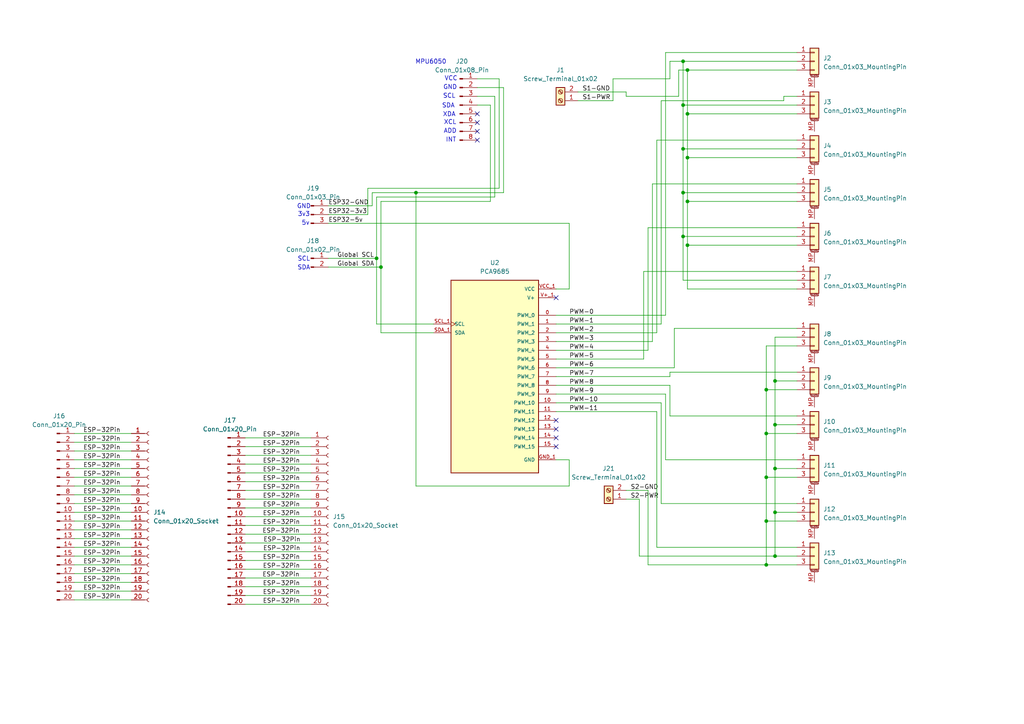
<source format=kicad_sch>
(kicad_sch
	(version 20250114)
	(generator "eeschema")
	(generator_version "9.0")
	(uuid "da0f9e98-9d49-4fd7-a2de-384f0c49ae26")
	(paper "A4")
	(lib_symbols
		(symbol "Connector:Conn_01x02_Pin"
			(pin_names
				(offset 1.016)
				(hide yes)
			)
			(exclude_from_sim no)
			(in_bom yes)
			(on_board yes)
			(property "Reference" "J"
				(at 0 2.54 0)
				(effects
					(font
						(size 1.27 1.27)
					)
				)
			)
			(property "Value" "Conn_01x02_Pin"
				(at 0 -5.08 0)
				(effects
					(font
						(size 1.27 1.27)
					)
				)
			)
			(property "Footprint" ""
				(at 0 0 0)
				(effects
					(font
						(size 1.27 1.27)
					)
					(hide yes)
				)
			)
			(property "Datasheet" "~"
				(at 0 0 0)
				(effects
					(font
						(size 1.27 1.27)
					)
					(hide yes)
				)
			)
			(property "Description" "Generic connector, single row, 01x02, script generated"
				(at 0 0 0)
				(effects
					(font
						(size 1.27 1.27)
					)
					(hide yes)
				)
			)
			(property "ki_locked" ""
				(at 0 0 0)
				(effects
					(font
						(size 1.27 1.27)
					)
				)
			)
			(property "ki_keywords" "connector"
				(at 0 0 0)
				(effects
					(font
						(size 1.27 1.27)
					)
					(hide yes)
				)
			)
			(property "ki_fp_filters" "Connector*:*_1x??_*"
				(at 0 0 0)
				(effects
					(font
						(size 1.27 1.27)
					)
					(hide yes)
				)
			)
			(symbol "Conn_01x02_Pin_1_1"
				(rectangle
					(start 0.8636 0.127)
					(end 0 -0.127)
					(stroke
						(width 0.1524)
						(type default)
					)
					(fill
						(type outline)
					)
				)
				(rectangle
					(start 0.8636 -2.413)
					(end 0 -2.667)
					(stroke
						(width 0.1524)
						(type default)
					)
					(fill
						(type outline)
					)
				)
				(polyline
					(pts
						(xy 1.27 0) (xy 0.8636 0)
					)
					(stroke
						(width 0.1524)
						(type default)
					)
					(fill
						(type none)
					)
				)
				(polyline
					(pts
						(xy 1.27 -2.54) (xy 0.8636 -2.54)
					)
					(stroke
						(width 0.1524)
						(type default)
					)
					(fill
						(type none)
					)
				)
				(pin passive line
					(at 5.08 0 180)
					(length 3.81)
					(name "Pin_1"
						(effects
							(font
								(size 1.27 1.27)
							)
						)
					)
					(number "1"
						(effects
							(font
								(size 1.27 1.27)
							)
						)
					)
				)
				(pin passive line
					(at 5.08 -2.54 180)
					(length 3.81)
					(name "Pin_2"
						(effects
							(font
								(size 1.27 1.27)
							)
						)
					)
					(number "2"
						(effects
							(font
								(size 1.27 1.27)
							)
						)
					)
				)
			)
			(embedded_fonts no)
		)
		(symbol "Connector:Conn_01x03_Pin"
			(pin_names
				(offset 1.016)
				(hide yes)
			)
			(exclude_from_sim no)
			(in_bom yes)
			(on_board yes)
			(property "Reference" "J"
				(at 0 5.08 0)
				(effects
					(font
						(size 1.27 1.27)
					)
				)
			)
			(property "Value" "Conn_01x03_Pin"
				(at 0 -5.08 0)
				(effects
					(font
						(size 1.27 1.27)
					)
				)
			)
			(property "Footprint" ""
				(at 0 0 0)
				(effects
					(font
						(size 1.27 1.27)
					)
					(hide yes)
				)
			)
			(property "Datasheet" "~"
				(at 0 0 0)
				(effects
					(font
						(size 1.27 1.27)
					)
					(hide yes)
				)
			)
			(property "Description" "Generic connector, single row, 01x03, script generated"
				(at 0 0 0)
				(effects
					(font
						(size 1.27 1.27)
					)
					(hide yes)
				)
			)
			(property "ki_locked" ""
				(at 0 0 0)
				(effects
					(font
						(size 1.27 1.27)
					)
				)
			)
			(property "ki_keywords" "connector"
				(at 0 0 0)
				(effects
					(font
						(size 1.27 1.27)
					)
					(hide yes)
				)
			)
			(property "ki_fp_filters" "Connector*:*_1x??_*"
				(at 0 0 0)
				(effects
					(font
						(size 1.27 1.27)
					)
					(hide yes)
				)
			)
			(symbol "Conn_01x03_Pin_1_1"
				(rectangle
					(start 0.8636 2.667)
					(end 0 2.413)
					(stroke
						(width 0.1524)
						(type default)
					)
					(fill
						(type outline)
					)
				)
				(rectangle
					(start 0.8636 0.127)
					(end 0 -0.127)
					(stroke
						(width 0.1524)
						(type default)
					)
					(fill
						(type outline)
					)
				)
				(rectangle
					(start 0.8636 -2.413)
					(end 0 -2.667)
					(stroke
						(width 0.1524)
						(type default)
					)
					(fill
						(type outline)
					)
				)
				(polyline
					(pts
						(xy 1.27 2.54) (xy 0.8636 2.54)
					)
					(stroke
						(width 0.1524)
						(type default)
					)
					(fill
						(type none)
					)
				)
				(polyline
					(pts
						(xy 1.27 0) (xy 0.8636 0)
					)
					(stroke
						(width 0.1524)
						(type default)
					)
					(fill
						(type none)
					)
				)
				(polyline
					(pts
						(xy 1.27 -2.54) (xy 0.8636 -2.54)
					)
					(stroke
						(width 0.1524)
						(type default)
					)
					(fill
						(type none)
					)
				)
				(pin passive line
					(at 5.08 2.54 180)
					(length 3.81)
					(name "Pin_1"
						(effects
							(font
								(size 1.27 1.27)
							)
						)
					)
					(number "1"
						(effects
							(font
								(size 1.27 1.27)
							)
						)
					)
				)
				(pin passive line
					(at 5.08 0 180)
					(length 3.81)
					(name "Pin_2"
						(effects
							(font
								(size 1.27 1.27)
							)
						)
					)
					(number "2"
						(effects
							(font
								(size 1.27 1.27)
							)
						)
					)
				)
				(pin passive line
					(at 5.08 -2.54 180)
					(length 3.81)
					(name "Pin_3"
						(effects
							(font
								(size 1.27 1.27)
							)
						)
					)
					(number "3"
						(effects
							(font
								(size 1.27 1.27)
							)
						)
					)
				)
			)
			(embedded_fonts no)
		)
		(symbol "Connector:Conn_01x08_Pin"
			(pin_names
				(offset 1.016)
				(hide yes)
			)
			(exclude_from_sim no)
			(in_bom yes)
			(on_board yes)
			(property "Reference" "J"
				(at 0 10.16 0)
				(effects
					(font
						(size 1.27 1.27)
					)
				)
			)
			(property "Value" "Conn_01x08_Pin"
				(at 0 -12.7 0)
				(effects
					(font
						(size 1.27 1.27)
					)
				)
			)
			(property "Footprint" ""
				(at 0 0 0)
				(effects
					(font
						(size 1.27 1.27)
					)
					(hide yes)
				)
			)
			(property "Datasheet" "~"
				(at 0 0 0)
				(effects
					(font
						(size 1.27 1.27)
					)
					(hide yes)
				)
			)
			(property "Description" "Generic connector, single row, 01x08, script generated"
				(at 0 0 0)
				(effects
					(font
						(size 1.27 1.27)
					)
					(hide yes)
				)
			)
			(property "ki_locked" ""
				(at 0 0 0)
				(effects
					(font
						(size 1.27 1.27)
					)
				)
			)
			(property "ki_keywords" "connector"
				(at 0 0 0)
				(effects
					(font
						(size 1.27 1.27)
					)
					(hide yes)
				)
			)
			(property "ki_fp_filters" "Connector*:*_1x??_*"
				(at 0 0 0)
				(effects
					(font
						(size 1.27 1.27)
					)
					(hide yes)
				)
			)
			(symbol "Conn_01x08_Pin_1_1"
				(rectangle
					(start 0.8636 7.747)
					(end 0 7.493)
					(stroke
						(width 0.1524)
						(type default)
					)
					(fill
						(type outline)
					)
				)
				(rectangle
					(start 0.8636 5.207)
					(end 0 4.953)
					(stroke
						(width 0.1524)
						(type default)
					)
					(fill
						(type outline)
					)
				)
				(rectangle
					(start 0.8636 2.667)
					(end 0 2.413)
					(stroke
						(width 0.1524)
						(type default)
					)
					(fill
						(type outline)
					)
				)
				(rectangle
					(start 0.8636 0.127)
					(end 0 -0.127)
					(stroke
						(width 0.1524)
						(type default)
					)
					(fill
						(type outline)
					)
				)
				(rectangle
					(start 0.8636 -2.413)
					(end 0 -2.667)
					(stroke
						(width 0.1524)
						(type default)
					)
					(fill
						(type outline)
					)
				)
				(rectangle
					(start 0.8636 -4.953)
					(end 0 -5.207)
					(stroke
						(width 0.1524)
						(type default)
					)
					(fill
						(type outline)
					)
				)
				(rectangle
					(start 0.8636 -7.493)
					(end 0 -7.747)
					(stroke
						(width 0.1524)
						(type default)
					)
					(fill
						(type outline)
					)
				)
				(rectangle
					(start 0.8636 -10.033)
					(end 0 -10.287)
					(stroke
						(width 0.1524)
						(type default)
					)
					(fill
						(type outline)
					)
				)
				(polyline
					(pts
						(xy 1.27 7.62) (xy 0.8636 7.62)
					)
					(stroke
						(width 0.1524)
						(type default)
					)
					(fill
						(type none)
					)
				)
				(polyline
					(pts
						(xy 1.27 5.08) (xy 0.8636 5.08)
					)
					(stroke
						(width 0.1524)
						(type default)
					)
					(fill
						(type none)
					)
				)
				(polyline
					(pts
						(xy 1.27 2.54) (xy 0.8636 2.54)
					)
					(stroke
						(width 0.1524)
						(type default)
					)
					(fill
						(type none)
					)
				)
				(polyline
					(pts
						(xy 1.27 0) (xy 0.8636 0)
					)
					(stroke
						(width 0.1524)
						(type default)
					)
					(fill
						(type none)
					)
				)
				(polyline
					(pts
						(xy 1.27 -2.54) (xy 0.8636 -2.54)
					)
					(stroke
						(width 0.1524)
						(type default)
					)
					(fill
						(type none)
					)
				)
				(polyline
					(pts
						(xy 1.27 -5.08) (xy 0.8636 -5.08)
					)
					(stroke
						(width 0.1524)
						(type default)
					)
					(fill
						(type none)
					)
				)
				(polyline
					(pts
						(xy 1.27 -7.62) (xy 0.8636 -7.62)
					)
					(stroke
						(width 0.1524)
						(type default)
					)
					(fill
						(type none)
					)
				)
				(polyline
					(pts
						(xy 1.27 -10.16) (xy 0.8636 -10.16)
					)
					(stroke
						(width 0.1524)
						(type default)
					)
					(fill
						(type none)
					)
				)
				(pin passive line
					(at 5.08 7.62 180)
					(length 3.81)
					(name "Pin_1"
						(effects
							(font
								(size 1.27 1.27)
							)
						)
					)
					(number "1"
						(effects
							(font
								(size 1.27 1.27)
							)
						)
					)
				)
				(pin passive line
					(at 5.08 5.08 180)
					(length 3.81)
					(name "Pin_2"
						(effects
							(font
								(size 1.27 1.27)
							)
						)
					)
					(number "2"
						(effects
							(font
								(size 1.27 1.27)
							)
						)
					)
				)
				(pin passive line
					(at 5.08 2.54 180)
					(length 3.81)
					(name "Pin_3"
						(effects
							(font
								(size 1.27 1.27)
							)
						)
					)
					(number "3"
						(effects
							(font
								(size 1.27 1.27)
							)
						)
					)
				)
				(pin passive line
					(at 5.08 0 180)
					(length 3.81)
					(name "Pin_4"
						(effects
							(font
								(size 1.27 1.27)
							)
						)
					)
					(number "4"
						(effects
							(font
								(size 1.27 1.27)
							)
						)
					)
				)
				(pin passive line
					(at 5.08 -2.54 180)
					(length 3.81)
					(name "Pin_5"
						(effects
							(font
								(size 1.27 1.27)
							)
						)
					)
					(number "5"
						(effects
							(font
								(size 1.27 1.27)
							)
						)
					)
				)
				(pin passive line
					(at 5.08 -5.08 180)
					(length 3.81)
					(name "Pin_6"
						(effects
							(font
								(size 1.27 1.27)
							)
						)
					)
					(number "6"
						(effects
							(font
								(size 1.27 1.27)
							)
						)
					)
				)
				(pin passive line
					(at 5.08 -7.62 180)
					(length 3.81)
					(name "Pin_7"
						(effects
							(font
								(size 1.27 1.27)
							)
						)
					)
					(number "7"
						(effects
							(font
								(size 1.27 1.27)
							)
						)
					)
				)
				(pin passive line
					(at 5.08 -10.16 180)
					(length 3.81)
					(name "Pin_8"
						(effects
							(font
								(size 1.27 1.27)
							)
						)
					)
					(number "8"
						(effects
							(font
								(size 1.27 1.27)
							)
						)
					)
				)
			)
			(embedded_fonts no)
		)
		(symbol "Connector:Conn_01x20_Pin"
			(pin_names
				(offset 1.016)
				(hide yes)
			)
			(exclude_from_sim no)
			(in_bom yes)
			(on_board yes)
			(property "Reference" "J"
				(at 0 25.4 0)
				(effects
					(font
						(size 1.27 1.27)
					)
				)
			)
			(property "Value" "Conn_01x20_Pin"
				(at 0 -27.94 0)
				(effects
					(font
						(size 1.27 1.27)
					)
				)
			)
			(property "Footprint" ""
				(at 0 0 0)
				(effects
					(font
						(size 1.27 1.27)
					)
					(hide yes)
				)
			)
			(property "Datasheet" "~"
				(at 0 0 0)
				(effects
					(font
						(size 1.27 1.27)
					)
					(hide yes)
				)
			)
			(property "Description" "Generic connector, single row, 01x20, script generated"
				(at 0 0 0)
				(effects
					(font
						(size 1.27 1.27)
					)
					(hide yes)
				)
			)
			(property "ki_locked" ""
				(at 0 0 0)
				(effects
					(font
						(size 1.27 1.27)
					)
				)
			)
			(property "ki_keywords" "connector"
				(at 0 0 0)
				(effects
					(font
						(size 1.27 1.27)
					)
					(hide yes)
				)
			)
			(property "ki_fp_filters" "Connector*:*_1x??_*"
				(at 0 0 0)
				(effects
					(font
						(size 1.27 1.27)
					)
					(hide yes)
				)
			)
			(symbol "Conn_01x20_Pin_1_1"
				(rectangle
					(start 0.8636 22.987)
					(end 0 22.733)
					(stroke
						(width 0.1524)
						(type default)
					)
					(fill
						(type outline)
					)
				)
				(rectangle
					(start 0.8636 20.447)
					(end 0 20.193)
					(stroke
						(width 0.1524)
						(type default)
					)
					(fill
						(type outline)
					)
				)
				(rectangle
					(start 0.8636 17.907)
					(end 0 17.653)
					(stroke
						(width 0.1524)
						(type default)
					)
					(fill
						(type outline)
					)
				)
				(rectangle
					(start 0.8636 15.367)
					(end 0 15.113)
					(stroke
						(width 0.1524)
						(type default)
					)
					(fill
						(type outline)
					)
				)
				(rectangle
					(start 0.8636 12.827)
					(end 0 12.573)
					(stroke
						(width 0.1524)
						(type default)
					)
					(fill
						(type outline)
					)
				)
				(rectangle
					(start 0.8636 10.287)
					(end 0 10.033)
					(stroke
						(width 0.1524)
						(type default)
					)
					(fill
						(type outline)
					)
				)
				(rectangle
					(start 0.8636 7.747)
					(end 0 7.493)
					(stroke
						(width 0.1524)
						(type default)
					)
					(fill
						(type outline)
					)
				)
				(rectangle
					(start 0.8636 5.207)
					(end 0 4.953)
					(stroke
						(width 0.1524)
						(type default)
					)
					(fill
						(type outline)
					)
				)
				(rectangle
					(start 0.8636 2.667)
					(end 0 2.413)
					(stroke
						(width 0.1524)
						(type default)
					)
					(fill
						(type outline)
					)
				)
				(rectangle
					(start 0.8636 0.127)
					(end 0 -0.127)
					(stroke
						(width 0.1524)
						(type default)
					)
					(fill
						(type outline)
					)
				)
				(rectangle
					(start 0.8636 -2.413)
					(end 0 -2.667)
					(stroke
						(width 0.1524)
						(type default)
					)
					(fill
						(type outline)
					)
				)
				(rectangle
					(start 0.8636 -4.953)
					(end 0 -5.207)
					(stroke
						(width 0.1524)
						(type default)
					)
					(fill
						(type outline)
					)
				)
				(rectangle
					(start 0.8636 -7.493)
					(end 0 -7.747)
					(stroke
						(width 0.1524)
						(type default)
					)
					(fill
						(type outline)
					)
				)
				(rectangle
					(start 0.8636 -10.033)
					(end 0 -10.287)
					(stroke
						(width 0.1524)
						(type default)
					)
					(fill
						(type outline)
					)
				)
				(rectangle
					(start 0.8636 -12.573)
					(end 0 -12.827)
					(stroke
						(width 0.1524)
						(type default)
					)
					(fill
						(type outline)
					)
				)
				(rectangle
					(start 0.8636 -15.113)
					(end 0 -15.367)
					(stroke
						(width 0.1524)
						(type default)
					)
					(fill
						(type outline)
					)
				)
				(rectangle
					(start 0.8636 -17.653)
					(end 0 -17.907)
					(stroke
						(width 0.1524)
						(type default)
					)
					(fill
						(type outline)
					)
				)
				(rectangle
					(start 0.8636 -20.193)
					(end 0 -20.447)
					(stroke
						(width 0.1524)
						(type default)
					)
					(fill
						(type outline)
					)
				)
				(rectangle
					(start 0.8636 -22.733)
					(end 0 -22.987)
					(stroke
						(width 0.1524)
						(type default)
					)
					(fill
						(type outline)
					)
				)
				(rectangle
					(start 0.8636 -25.273)
					(end 0 -25.527)
					(stroke
						(width 0.1524)
						(type default)
					)
					(fill
						(type outline)
					)
				)
				(polyline
					(pts
						(xy 1.27 22.86) (xy 0.8636 22.86)
					)
					(stroke
						(width 0.1524)
						(type default)
					)
					(fill
						(type none)
					)
				)
				(polyline
					(pts
						(xy 1.27 20.32) (xy 0.8636 20.32)
					)
					(stroke
						(width 0.1524)
						(type default)
					)
					(fill
						(type none)
					)
				)
				(polyline
					(pts
						(xy 1.27 17.78) (xy 0.8636 17.78)
					)
					(stroke
						(width 0.1524)
						(type default)
					)
					(fill
						(type none)
					)
				)
				(polyline
					(pts
						(xy 1.27 15.24) (xy 0.8636 15.24)
					)
					(stroke
						(width 0.1524)
						(type default)
					)
					(fill
						(type none)
					)
				)
				(polyline
					(pts
						(xy 1.27 12.7) (xy 0.8636 12.7)
					)
					(stroke
						(width 0.1524)
						(type default)
					)
					(fill
						(type none)
					)
				)
				(polyline
					(pts
						(xy 1.27 10.16) (xy 0.8636 10.16)
					)
					(stroke
						(width 0.1524)
						(type default)
					)
					(fill
						(type none)
					)
				)
				(polyline
					(pts
						(xy 1.27 7.62) (xy 0.8636 7.62)
					)
					(stroke
						(width 0.1524)
						(type default)
					)
					(fill
						(type none)
					)
				)
				(polyline
					(pts
						(xy 1.27 5.08) (xy 0.8636 5.08)
					)
					(stroke
						(width 0.1524)
						(type default)
					)
					(fill
						(type none)
					)
				)
				(polyline
					(pts
						(xy 1.27 2.54) (xy 0.8636 2.54)
					)
					(stroke
						(width 0.1524)
						(type default)
					)
					(fill
						(type none)
					)
				)
				(polyline
					(pts
						(xy 1.27 0) (xy 0.8636 0)
					)
					(stroke
						(width 0.1524)
						(type default)
					)
					(fill
						(type none)
					)
				)
				(polyline
					(pts
						(xy 1.27 -2.54) (xy 0.8636 -2.54)
					)
					(stroke
						(width 0.1524)
						(type default)
					)
					(fill
						(type none)
					)
				)
				(polyline
					(pts
						(xy 1.27 -5.08) (xy 0.8636 -5.08)
					)
					(stroke
						(width 0.1524)
						(type default)
					)
					(fill
						(type none)
					)
				)
				(polyline
					(pts
						(xy 1.27 -7.62) (xy 0.8636 -7.62)
					)
					(stroke
						(width 0.1524)
						(type default)
					)
					(fill
						(type none)
					)
				)
				(polyline
					(pts
						(xy 1.27 -10.16) (xy 0.8636 -10.16)
					)
					(stroke
						(width 0.1524)
						(type default)
					)
					(fill
						(type none)
					)
				)
				(polyline
					(pts
						(xy 1.27 -12.7) (xy 0.8636 -12.7)
					)
					(stroke
						(width 0.1524)
						(type default)
					)
					(fill
						(type none)
					)
				)
				(polyline
					(pts
						(xy 1.27 -15.24) (xy 0.8636 -15.24)
					)
					(stroke
						(width 0.1524)
						(type default)
					)
					(fill
						(type none)
					)
				)
				(polyline
					(pts
						(xy 1.27 -17.78) (xy 0.8636 -17.78)
					)
					(stroke
						(width 0.1524)
						(type default)
					)
					(fill
						(type none)
					)
				)
				(polyline
					(pts
						(xy 1.27 -20.32) (xy 0.8636 -20.32)
					)
					(stroke
						(width 0.1524)
						(type default)
					)
					(fill
						(type none)
					)
				)
				(polyline
					(pts
						(xy 1.27 -22.86) (xy 0.8636 -22.86)
					)
					(stroke
						(width 0.1524)
						(type default)
					)
					(fill
						(type none)
					)
				)
				(polyline
					(pts
						(xy 1.27 -25.4) (xy 0.8636 -25.4)
					)
					(stroke
						(width 0.1524)
						(type default)
					)
					(fill
						(type none)
					)
				)
				(pin passive line
					(at 5.08 22.86 180)
					(length 3.81)
					(name "Pin_1"
						(effects
							(font
								(size 1.27 1.27)
							)
						)
					)
					(number "1"
						(effects
							(font
								(size 1.27 1.27)
							)
						)
					)
				)
				(pin passive line
					(at 5.08 20.32 180)
					(length 3.81)
					(name "Pin_2"
						(effects
							(font
								(size 1.27 1.27)
							)
						)
					)
					(number "2"
						(effects
							(font
								(size 1.27 1.27)
							)
						)
					)
				)
				(pin passive line
					(at 5.08 17.78 180)
					(length 3.81)
					(name "Pin_3"
						(effects
							(font
								(size 1.27 1.27)
							)
						)
					)
					(number "3"
						(effects
							(font
								(size 1.27 1.27)
							)
						)
					)
				)
				(pin passive line
					(at 5.08 15.24 180)
					(length 3.81)
					(name "Pin_4"
						(effects
							(font
								(size 1.27 1.27)
							)
						)
					)
					(number "4"
						(effects
							(font
								(size 1.27 1.27)
							)
						)
					)
				)
				(pin passive line
					(at 5.08 12.7 180)
					(length 3.81)
					(name "Pin_5"
						(effects
							(font
								(size 1.27 1.27)
							)
						)
					)
					(number "5"
						(effects
							(font
								(size 1.27 1.27)
							)
						)
					)
				)
				(pin passive line
					(at 5.08 10.16 180)
					(length 3.81)
					(name "Pin_6"
						(effects
							(font
								(size 1.27 1.27)
							)
						)
					)
					(number "6"
						(effects
							(font
								(size 1.27 1.27)
							)
						)
					)
				)
				(pin passive line
					(at 5.08 7.62 180)
					(length 3.81)
					(name "Pin_7"
						(effects
							(font
								(size 1.27 1.27)
							)
						)
					)
					(number "7"
						(effects
							(font
								(size 1.27 1.27)
							)
						)
					)
				)
				(pin passive line
					(at 5.08 5.08 180)
					(length 3.81)
					(name "Pin_8"
						(effects
							(font
								(size 1.27 1.27)
							)
						)
					)
					(number "8"
						(effects
							(font
								(size 1.27 1.27)
							)
						)
					)
				)
				(pin passive line
					(at 5.08 2.54 180)
					(length 3.81)
					(name "Pin_9"
						(effects
							(font
								(size 1.27 1.27)
							)
						)
					)
					(number "9"
						(effects
							(font
								(size 1.27 1.27)
							)
						)
					)
				)
				(pin passive line
					(at 5.08 0 180)
					(length 3.81)
					(name "Pin_10"
						(effects
							(font
								(size 1.27 1.27)
							)
						)
					)
					(number "10"
						(effects
							(font
								(size 1.27 1.27)
							)
						)
					)
				)
				(pin passive line
					(at 5.08 -2.54 180)
					(length 3.81)
					(name "Pin_11"
						(effects
							(font
								(size 1.27 1.27)
							)
						)
					)
					(number "11"
						(effects
							(font
								(size 1.27 1.27)
							)
						)
					)
				)
				(pin passive line
					(at 5.08 -5.08 180)
					(length 3.81)
					(name "Pin_12"
						(effects
							(font
								(size 1.27 1.27)
							)
						)
					)
					(number "12"
						(effects
							(font
								(size 1.27 1.27)
							)
						)
					)
				)
				(pin passive line
					(at 5.08 -7.62 180)
					(length 3.81)
					(name "Pin_13"
						(effects
							(font
								(size 1.27 1.27)
							)
						)
					)
					(number "13"
						(effects
							(font
								(size 1.27 1.27)
							)
						)
					)
				)
				(pin passive line
					(at 5.08 -10.16 180)
					(length 3.81)
					(name "Pin_14"
						(effects
							(font
								(size 1.27 1.27)
							)
						)
					)
					(number "14"
						(effects
							(font
								(size 1.27 1.27)
							)
						)
					)
				)
				(pin passive line
					(at 5.08 -12.7 180)
					(length 3.81)
					(name "Pin_15"
						(effects
							(font
								(size 1.27 1.27)
							)
						)
					)
					(number "15"
						(effects
							(font
								(size 1.27 1.27)
							)
						)
					)
				)
				(pin passive line
					(at 5.08 -15.24 180)
					(length 3.81)
					(name "Pin_16"
						(effects
							(font
								(size 1.27 1.27)
							)
						)
					)
					(number "16"
						(effects
							(font
								(size 1.27 1.27)
							)
						)
					)
				)
				(pin passive line
					(at 5.08 -17.78 180)
					(length 3.81)
					(name "Pin_17"
						(effects
							(font
								(size 1.27 1.27)
							)
						)
					)
					(number "17"
						(effects
							(font
								(size 1.27 1.27)
							)
						)
					)
				)
				(pin passive line
					(at 5.08 -20.32 180)
					(length 3.81)
					(name "Pin_18"
						(effects
							(font
								(size 1.27 1.27)
							)
						)
					)
					(number "18"
						(effects
							(font
								(size 1.27 1.27)
							)
						)
					)
				)
				(pin passive line
					(at 5.08 -22.86 180)
					(length 3.81)
					(name "Pin_19"
						(effects
							(font
								(size 1.27 1.27)
							)
						)
					)
					(number "19"
						(effects
							(font
								(size 1.27 1.27)
							)
						)
					)
				)
				(pin passive line
					(at 5.08 -25.4 180)
					(length 3.81)
					(name "Pin_20"
						(effects
							(font
								(size 1.27 1.27)
							)
						)
					)
					(number "20"
						(effects
							(font
								(size 1.27 1.27)
							)
						)
					)
				)
			)
			(embedded_fonts no)
		)
		(symbol "Connector:Conn_01x20_Socket"
			(pin_names
				(offset 1.016)
				(hide yes)
			)
			(exclude_from_sim no)
			(in_bom yes)
			(on_board yes)
			(property "Reference" "J"
				(at 0 25.4 0)
				(effects
					(font
						(size 1.27 1.27)
					)
				)
			)
			(property "Value" "Conn_01x20_Socket"
				(at 0 -27.94 0)
				(effects
					(font
						(size 1.27 1.27)
					)
				)
			)
			(property "Footprint" ""
				(at 0 0 0)
				(effects
					(font
						(size 1.27 1.27)
					)
					(hide yes)
				)
			)
			(property "Datasheet" "~"
				(at 0 0 0)
				(effects
					(font
						(size 1.27 1.27)
					)
					(hide yes)
				)
			)
			(property "Description" "Generic connector, single row, 01x20, script generated"
				(at 0 0 0)
				(effects
					(font
						(size 1.27 1.27)
					)
					(hide yes)
				)
			)
			(property "ki_locked" ""
				(at 0 0 0)
				(effects
					(font
						(size 1.27 1.27)
					)
				)
			)
			(property "ki_keywords" "connector"
				(at 0 0 0)
				(effects
					(font
						(size 1.27 1.27)
					)
					(hide yes)
				)
			)
			(property "ki_fp_filters" "Connector*:*_1x??_*"
				(at 0 0 0)
				(effects
					(font
						(size 1.27 1.27)
					)
					(hide yes)
				)
			)
			(symbol "Conn_01x20_Socket_1_1"
				(polyline
					(pts
						(xy -1.27 22.86) (xy -0.508 22.86)
					)
					(stroke
						(width 0.1524)
						(type default)
					)
					(fill
						(type none)
					)
				)
				(polyline
					(pts
						(xy -1.27 20.32) (xy -0.508 20.32)
					)
					(stroke
						(width 0.1524)
						(type default)
					)
					(fill
						(type none)
					)
				)
				(polyline
					(pts
						(xy -1.27 17.78) (xy -0.508 17.78)
					)
					(stroke
						(width 0.1524)
						(type default)
					)
					(fill
						(type none)
					)
				)
				(polyline
					(pts
						(xy -1.27 15.24) (xy -0.508 15.24)
					)
					(stroke
						(width 0.1524)
						(type default)
					)
					(fill
						(type none)
					)
				)
				(polyline
					(pts
						(xy -1.27 12.7) (xy -0.508 12.7)
					)
					(stroke
						(width 0.1524)
						(type default)
					)
					(fill
						(type none)
					)
				)
				(polyline
					(pts
						(xy -1.27 10.16) (xy -0.508 10.16)
					)
					(stroke
						(width 0.1524)
						(type default)
					)
					(fill
						(type none)
					)
				)
				(polyline
					(pts
						(xy -1.27 7.62) (xy -0.508 7.62)
					)
					(stroke
						(width 0.1524)
						(type default)
					)
					(fill
						(type none)
					)
				)
				(polyline
					(pts
						(xy -1.27 5.08) (xy -0.508 5.08)
					)
					(stroke
						(width 0.1524)
						(type default)
					)
					(fill
						(type none)
					)
				)
				(polyline
					(pts
						(xy -1.27 2.54) (xy -0.508 2.54)
					)
					(stroke
						(width 0.1524)
						(type default)
					)
					(fill
						(type none)
					)
				)
				(polyline
					(pts
						(xy -1.27 0) (xy -0.508 0)
					)
					(stroke
						(width 0.1524)
						(type default)
					)
					(fill
						(type none)
					)
				)
				(polyline
					(pts
						(xy -1.27 -2.54) (xy -0.508 -2.54)
					)
					(stroke
						(width 0.1524)
						(type default)
					)
					(fill
						(type none)
					)
				)
				(polyline
					(pts
						(xy -1.27 -5.08) (xy -0.508 -5.08)
					)
					(stroke
						(width 0.1524)
						(type default)
					)
					(fill
						(type none)
					)
				)
				(polyline
					(pts
						(xy -1.27 -7.62) (xy -0.508 -7.62)
					)
					(stroke
						(width 0.1524)
						(type default)
					)
					(fill
						(type none)
					)
				)
				(polyline
					(pts
						(xy -1.27 -10.16) (xy -0.508 -10.16)
					)
					(stroke
						(width 0.1524)
						(type default)
					)
					(fill
						(type none)
					)
				)
				(polyline
					(pts
						(xy -1.27 -12.7) (xy -0.508 -12.7)
					)
					(stroke
						(width 0.1524)
						(type default)
					)
					(fill
						(type none)
					)
				)
				(polyline
					(pts
						(xy -1.27 -15.24) (xy -0.508 -15.24)
					)
					(stroke
						(width 0.1524)
						(type default)
					)
					(fill
						(type none)
					)
				)
				(polyline
					(pts
						(xy -1.27 -17.78) (xy -0.508 -17.78)
					)
					(stroke
						(width 0.1524)
						(type default)
					)
					(fill
						(type none)
					)
				)
				(polyline
					(pts
						(xy -1.27 -20.32) (xy -0.508 -20.32)
					)
					(stroke
						(width 0.1524)
						(type default)
					)
					(fill
						(type none)
					)
				)
				(polyline
					(pts
						(xy -1.27 -22.86) (xy -0.508 -22.86)
					)
					(stroke
						(width 0.1524)
						(type default)
					)
					(fill
						(type none)
					)
				)
				(polyline
					(pts
						(xy -1.27 -25.4) (xy -0.508 -25.4)
					)
					(stroke
						(width 0.1524)
						(type default)
					)
					(fill
						(type none)
					)
				)
				(arc
					(start 0 22.352)
					(mid -0.5058 22.86)
					(end 0 23.368)
					(stroke
						(width 0.1524)
						(type default)
					)
					(fill
						(type none)
					)
				)
				(arc
					(start 0 19.812)
					(mid -0.5058 20.32)
					(end 0 20.828)
					(stroke
						(width 0.1524)
						(type default)
					)
					(fill
						(type none)
					)
				)
				(arc
					(start 0 17.272)
					(mid -0.5058 17.78)
					(end 0 18.288)
					(stroke
						(width 0.1524)
						(type default)
					)
					(fill
						(type none)
					)
				)
				(arc
					(start 0 14.732)
					(mid -0.5058 15.24)
					(end 0 15.748)
					(stroke
						(width 0.1524)
						(type default)
					)
					(fill
						(type none)
					)
				)
				(arc
					(start 0 12.192)
					(mid -0.5058 12.7)
					(end 0 13.208)
					(stroke
						(width 0.1524)
						(type default)
					)
					(fill
						(type none)
					)
				)
				(arc
					(start 0 9.652)
					(mid -0.5058 10.16)
					(end 0 10.668)
					(stroke
						(width 0.1524)
						(type default)
					)
					(fill
						(type none)
					)
				)
				(arc
					(start 0 7.112)
					(mid -0.5058 7.62)
					(end 0 8.128)
					(stroke
						(width 0.1524)
						(type default)
					)
					(fill
						(type none)
					)
				)
				(arc
					(start 0 4.572)
					(mid -0.5058 5.08)
					(end 0 5.588)
					(stroke
						(width 0.1524)
						(type default)
					)
					(fill
						(type none)
					)
				)
				(arc
					(start 0 2.032)
					(mid -0.5058 2.54)
					(end 0 3.048)
					(stroke
						(width 0.1524)
						(type default)
					)
					(fill
						(type none)
					)
				)
				(arc
					(start 0 -0.508)
					(mid -0.5058 0)
					(end 0 0.508)
					(stroke
						(width 0.1524)
						(type default)
					)
					(fill
						(type none)
					)
				)
				(arc
					(start 0 -3.048)
					(mid -0.5058 -2.54)
					(end 0 -2.032)
					(stroke
						(width 0.1524)
						(type default)
					)
					(fill
						(type none)
					)
				)
				(arc
					(start 0 -5.588)
					(mid -0.5058 -5.08)
					(end 0 -4.572)
					(stroke
						(width 0.1524)
						(type default)
					)
					(fill
						(type none)
					)
				)
				(arc
					(start 0 -8.128)
					(mid -0.5058 -7.62)
					(end 0 -7.112)
					(stroke
						(width 0.1524)
						(type default)
					)
					(fill
						(type none)
					)
				)
				(arc
					(start 0 -10.668)
					(mid -0.5058 -10.16)
					(end 0 -9.652)
					(stroke
						(width 0.1524)
						(type default)
					)
					(fill
						(type none)
					)
				)
				(arc
					(start 0 -13.208)
					(mid -0.5058 -12.7)
					(end 0 -12.192)
					(stroke
						(width 0.1524)
						(type default)
					)
					(fill
						(type none)
					)
				)
				(arc
					(start 0 -15.748)
					(mid -0.5058 -15.24)
					(end 0 -14.732)
					(stroke
						(width 0.1524)
						(type default)
					)
					(fill
						(type none)
					)
				)
				(arc
					(start 0 -18.288)
					(mid -0.5058 -17.78)
					(end 0 -17.272)
					(stroke
						(width 0.1524)
						(type default)
					)
					(fill
						(type none)
					)
				)
				(arc
					(start 0 -20.828)
					(mid -0.5058 -20.32)
					(end 0 -19.812)
					(stroke
						(width 0.1524)
						(type default)
					)
					(fill
						(type none)
					)
				)
				(arc
					(start 0 -23.368)
					(mid -0.5058 -22.86)
					(end 0 -22.352)
					(stroke
						(width 0.1524)
						(type default)
					)
					(fill
						(type none)
					)
				)
				(arc
					(start 0 -25.908)
					(mid -0.5058 -25.4)
					(end 0 -24.892)
					(stroke
						(width 0.1524)
						(type default)
					)
					(fill
						(type none)
					)
				)
				(pin passive line
					(at -5.08 22.86 0)
					(length 3.81)
					(name "Pin_1"
						(effects
							(font
								(size 1.27 1.27)
							)
						)
					)
					(number "1"
						(effects
							(font
								(size 1.27 1.27)
							)
						)
					)
				)
				(pin passive line
					(at -5.08 20.32 0)
					(length 3.81)
					(name "Pin_2"
						(effects
							(font
								(size 1.27 1.27)
							)
						)
					)
					(number "2"
						(effects
							(font
								(size 1.27 1.27)
							)
						)
					)
				)
				(pin passive line
					(at -5.08 17.78 0)
					(length 3.81)
					(name "Pin_3"
						(effects
							(font
								(size 1.27 1.27)
							)
						)
					)
					(number "3"
						(effects
							(font
								(size 1.27 1.27)
							)
						)
					)
				)
				(pin passive line
					(at -5.08 15.24 0)
					(length 3.81)
					(name "Pin_4"
						(effects
							(font
								(size 1.27 1.27)
							)
						)
					)
					(number "4"
						(effects
							(font
								(size 1.27 1.27)
							)
						)
					)
				)
				(pin passive line
					(at -5.08 12.7 0)
					(length 3.81)
					(name "Pin_5"
						(effects
							(font
								(size 1.27 1.27)
							)
						)
					)
					(number "5"
						(effects
							(font
								(size 1.27 1.27)
							)
						)
					)
				)
				(pin passive line
					(at -5.08 10.16 0)
					(length 3.81)
					(name "Pin_6"
						(effects
							(font
								(size 1.27 1.27)
							)
						)
					)
					(number "6"
						(effects
							(font
								(size 1.27 1.27)
							)
						)
					)
				)
				(pin passive line
					(at -5.08 7.62 0)
					(length 3.81)
					(name "Pin_7"
						(effects
							(font
								(size 1.27 1.27)
							)
						)
					)
					(number "7"
						(effects
							(font
								(size 1.27 1.27)
							)
						)
					)
				)
				(pin passive line
					(at -5.08 5.08 0)
					(length 3.81)
					(name "Pin_8"
						(effects
							(font
								(size 1.27 1.27)
							)
						)
					)
					(number "8"
						(effects
							(font
								(size 1.27 1.27)
							)
						)
					)
				)
				(pin passive line
					(at -5.08 2.54 0)
					(length 3.81)
					(name "Pin_9"
						(effects
							(font
								(size 1.27 1.27)
							)
						)
					)
					(number "9"
						(effects
							(font
								(size 1.27 1.27)
							)
						)
					)
				)
				(pin passive line
					(at -5.08 0 0)
					(length 3.81)
					(name "Pin_10"
						(effects
							(font
								(size 1.27 1.27)
							)
						)
					)
					(number "10"
						(effects
							(font
								(size 1.27 1.27)
							)
						)
					)
				)
				(pin passive line
					(at -5.08 -2.54 0)
					(length 3.81)
					(name "Pin_11"
						(effects
							(font
								(size 1.27 1.27)
							)
						)
					)
					(number "11"
						(effects
							(font
								(size 1.27 1.27)
							)
						)
					)
				)
				(pin passive line
					(at -5.08 -5.08 0)
					(length 3.81)
					(name "Pin_12"
						(effects
							(font
								(size 1.27 1.27)
							)
						)
					)
					(number "12"
						(effects
							(font
								(size 1.27 1.27)
							)
						)
					)
				)
				(pin passive line
					(at -5.08 -7.62 0)
					(length 3.81)
					(name "Pin_13"
						(effects
							(font
								(size 1.27 1.27)
							)
						)
					)
					(number "13"
						(effects
							(font
								(size 1.27 1.27)
							)
						)
					)
				)
				(pin passive line
					(at -5.08 -10.16 0)
					(length 3.81)
					(name "Pin_14"
						(effects
							(font
								(size 1.27 1.27)
							)
						)
					)
					(number "14"
						(effects
							(font
								(size 1.27 1.27)
							)
						)
					)
				)
				(pin passive line
					(at -5.08 -12.7 0)
					(length 3.81)
					(name "Pin_15"
						(effects
							(font
								(size 1.27 1.27)
							)
						)
					)
					(number "15"
						(effects
							(font
								(size 1.27 1.27)
							)
						)
					)
				)
				(pin passive line
					(at -5.08 -15.24 0)
					(length 3.81)
					(name "Pin_16"
						(effects
							(font
								(size 1.27 1.27)
							)
						)
					)
					(number "16"
						(effects
							(font
								(size 1.27 1.27)
							)
						)
					)
				)
				(pin passive line
					(at -5.08 -17.78 0)
					(length 3.81)
					(name "Pin_17"
						(effects
							(font
								(size 1.27 1.27)
							)
						)
					)
					(number "17"
						(effects
							(font
								(size 1.27 1.27)
							)
						)
					)
				)
				(pin passive line
					(at -5.08 -20.32 0)
					(length 3.81)
					(name "Pin_18"
						(effects
							(font
								(size 1.27 1.27)
							)
						)
					)
					(number "18"
						(effects
							(font
								(size 1.27 1.27)
							)
						)
					)
				)
				(pin passive line
					(at -5.08 -22.86 0)
					(length 3.81)
					(name "Pin_19"
						(effects
							(font
								(size 1.27 1.27)
							)
						)
					)
					(number "19"
						(effects
							(font
								(size 1.27 1.27)
							)
						)
					)
				)
				(pin passive line
					(at -5.08 -25.4 0)
					(length 3.81)
					(name "Pin_20"
						(effects
							(font
								(size 1.27 1.27)
							)
						)
					)
					(number "20"
						(effects
							(font
								(size 1.27 1.27)
							)
						)
					)
				)
			)
			(embedded_fonts no)
		)
		(symbol "Connector:Screw_Terminal_01x02"
			(pin_names
				(offset 1.016)
				(hide yes)
			)
			(exclude_from_sim no)
			(in_bom yes)
			(on_board yes)
			(property "Reference" "J"
				(at 0 2.54 0)
				(effects
					(font
						(size 1.27 1.27)
					)
				)
			)
			(property "Value" "Screw_Terminal_01x02"
				(at 0 -5.08 0)
				(effects
					(font
						(size 1.27 1.27)
					)
				)
			)
			(property "Footprint" ""
				(at 0 0 0)
				(effects
					(font
						(size 1.27 1.27)
					)
					(hide yes)
				)
			)
			(property "Datasheet" "~"
				(at 0 0 0)
				(effects
					(font
						(size 1.27 1.27)
					)
					(hide yes)
				)
			)
			(property "Description" "Generic screw terminal, single row, 01x02, script generated (kicad-library-utils/schlib/autogen/connector/)"
				(at 0 0 0)
				(effects
					(font
						(size 1.27 1.27)
					)
					(hide yes)
				)
			)
			(property "ki_keywords" "screw terminal"
				(at 0 0 0)
				(effects
					(font
						(size 1.27 1.27)
					)
					(hide yes)
				)
			)
			(property "ki_fp_filters" "TerminalBlock*:*"
				(at 0 0 0)
				(effects
					(font
						(size 1.27 1.27)
					)
					(hide yes)
				)
			)
			(symbol "Screw_Terminal_01x02_1_1"
				(rectangle
					(start -1.27 1.27)
					(end 1.27 -3.81)
					(stroke
						(width 0.254)
						(type default)
					)
					(fill
						(type background)
					)
				)
				(polyline
					(pts
						(xy -0.5334 0.3302) (xy 0.3302 -0.508)
					)
					(stroke
						(width 0.1524)
						(type default)
					)
					(fill
						(type none)
					)
				)
				(polyline
					(pts
						(xy -0.5334 -2.2098) (xy 0.3302 -3.048)
					)
					(stroke
						(width 0.1524)
						(type default)
					)
					(fill
						(type none)
					)
				)
				(polyline
					(pts
						(xy -0.3556 0.508) (xy 0.508 -0.3302)
					)
					(stroke
						(width 0.1524)
						(type default)
					)
					(fill
						(type none)
					)
				)
				(polyline
					(pts
						(xy -0.3556 -2.032) (xy 0.508 -2.8702)
					)
					(stroke
						(width 0.1524)
						(type default)
					)
					(fill
						(type none)
					)
				)
				(circle
					(center 0 0)
					(radius 0.635)
					(stroke
						(width 0.1524)
						(type default)
					)
					(fill
						(type none)
					)
				)
				(circle
					(center 0 -2.54)
					(radius 0.635)
					(stroke
						(width 0.1524)
						(type default)
					)
					(fill
						(type none)
					)
				)
				(pin passive line
					(at -5.08 0 0)
					(length 3.81)
					(name "Pin_1"
						(effects
							(font
								(size 1.27 1.27)
							)
						)
					)
					(number "1"
						(effects
							(font
								(size 1.27 1.27)
							)
						)
					)
				)
				(pin passive line
					(at -5.08 -2.54 0)
					(length 3.81)
					(name "Pin_2"
						(effects
							(font
								(size 1.27 1.27)
							)
						)
					)
					(number "2"
						(effects
							(font
								(size 1.27 1.27)
							)
						)
					)
				)
			)
			(embedded_fonts no)
		)
		(symbol "Connector_Generic_MountingPin:Conn_01x03_MountingPin"
			(pin_names
				(offset 1.016)
				(hide yes)
			)
			(exclude_from_sim no)
			(in_bom yes)
			(on_board yes)
			(property "Reference" "J"
				(at 0 5.08 0)
				(effects
					(font
						(size 1.27 1.27)
					)
				)
			)
			(property "Value" "Conn_01x03_MountingPin"
				(at 1.27 -5.08 0)
				(effects
					(font
						(size 1.27 1.27)
					)
					(justify left)
				)
			)
			(property "Footprint" ""
				(at 0 0 0)
				(effects
					(font
						(size 1.27 1.27)
					)
					(hide yes)
				)
			)
			(property "Datasheet" "~"
				(at 0 0 0)
				(effects
					(font
						(size 1.27 1.27)
					)
					(hide yes)
				)
			)
			(property "Description" "Generic connectable mounting pin connector, single row, 01x03, script generated (kicad-library-utils/schlib/autogen/connector/)"
				(at 0 0 0)
				(effects
					(font
						(size 1.27 1.27)
					)
					(hide yes)
				)
			)
			(property "ki_keywords" "connector"
				(at 0 0 0)
				(effects
					(font
						(size 1.27 1.27)
					)
					(hide yes)
				)
			)
			(property "ki_fp_filters" "Connector*:*_1x??-1MP*"
				(at 0 0 0)
				(effects
					(font
						(size 1.27 1.27)
					)
					(hide yes)
				)
			)
			(symbol "Conn_01x03_MountingPin_1_1"
				(rectangle
					(start -1.27 3.81)
					(end 1.27 -3.81)
					(stroke
						(width 0.254)
						(type default)
					)
					(fill
						(type background)
					)
				)
				(rectangle
					(start -1.27 2.667)
					(end 0 2.413)
					(stroke
						(width 0.1524)
						(type default)
					)
					(fill
						(type none)
					)
				)
				(rectangle
					(start -1.27 0.127)
					(end 0 -0.127)
					(stroke
						(width 0.1524)
						(type default)
					)
					(fill
						(type none)
					)
				)
				(rectangle
					(start -1.27 -2.413)
					(end 0 -2.667)
					(stroke
						(width 0.1524)
						(type default)
					)
					(fill
						(type none)
					)
				)
				(polyline
					(pts
						(xy -1.016 -4.572) (xy 1.016 -4.572)
					)
					(stroke
						(width 0.1524)
						(type default)
					)
					(fill
						(type none)
					)
				)
				(text "Mounting"
					(at 0 -4.191 0)
					(effects
						(font
							(size 0.381 0.381)
						)
					)
				)
				(pin passive line
					(at -5.08 2.54 0)
					(length 3.81)
					(name "Pin_1"
						(effects
							(font
								(size 1.27 1.27)
							)
						)
					)
					(number "1"
						(effects
							(font
								(size 1.27 1.27)
							)
						)
					)
				)
				(pin passive line
					(at -5.08 0 0)
					(length 3.81)
					(name "Pin_2"
						(effects
							(font
								(size 1.27 1.27)
							)
						)
					)
					(number "2"
						(effects
							(font
								(size 1.27 1.27)
							)
						)
					)
				)
				(pin passive line
					(at -5.08 -2.54 0)
					(length 3.81)
					(name "Pin_3"
						(effects
							(font
								(size 1.27 1.27)
							)
						)
					)
					(number "3"
						(effects
							(font
								(size 1.27 1.27)
							)
						)
					)
				)
				(pin passive line
					(at 0 -7.62 90)
					(length 3.048)
					(name "MountPin"
						(effects
							(font
								(size 1.27 1.27)
							)
						)
					)
					(number "MP"
						(effects
							(font
								(size 1.27 1.27)
							)
						)
					)
				)
			)
			(embedded_fonts no)
		)
		(symbol "New_Library:815"
			(pin_names
				(offset 1.016)
			)
			(exclude_from_sim no)
			(in_bom yes)
			(on_board yes)
			(property "Reference" "U2"
				(at 0 33.02 0)
				(effects
					(font
						(size 1.27 1.27)
					)
				)
			)
			(property "Value" "PCA9685"
				(at 0 30.48 0)
				(effects
					(font
						(size 1.27 1.27)
					)
				)
			)
			(property "Footprint" "815:MODULE_815"
				(at 0 0 0)
				(effects
					(font
						(size 1.27 1.27)
					)
					(justify bottom)
					(hide yes)
				)
			)
			(property "Datasheet" ""
				(at 0 0 0)
				(effects
					(font
						(size 1.27 1.27)
					)
					(hide yes)
				)
			)
			(property "Description" ""
				(at 0 0 0)
				(effects
					(font
						(size 1.27 1.27)
					)
					(hide yes)
				)
			)
			(property "MF" "Adafruit"
				(at 0 0 0)
				(effects
					(font
						(size 1.27 1.27)
					)
					(justify bottom)
					(hide yes)
				)
			)
			(property "SNAPEDA_PACKAGE_ID" "124074"
				(at 0 0 0)
				(effects
					(font
						(size 1.27 1.27)
					)
					(justify bottom)
					(hide yes)
				)
			)
			(property "Package" "Non-Standard Adafruit"
				(at 0 0 0)
				(effects
					(font
						(size 1.27 1.27)
					)
					(justify bottom)
					(hide yes)
				)
			)
			(property "Price" "None"
				(at 0 0 0)
				(effects
					(font
						(size 1.27 1.27)
					)
					(justify bottom)
					(hide yes)
				)
			)
			(property "Check_prices" "https://www.snapeda.com/parts/815/Adafruit+Industries/view-part/?ref=eda"
				(at 0 0 0)
				(effects
					(font
						(size 1.27 1.27)
					)
					(justify bottom)
					(hide yes)
				)
			)
			(property "STANDARD" "Manufacturer Recommendations"
				(at 0 0 0)
				(effects
					(font
						(size 1.27 1.27)
					)
					(justify bottom)
					(hide yes)
				)
			)
			(property "PARTREV" "C"
				(at 0 0 0)
				(effects
					(font
						(size 1.27 1.27)
					)
					(justify bottom)
					(hide yes)
				)
			)
			(property "SnapEDA_Link" "https://www.snapeda.com/parts/815/Adafruit+Industries/view-part/?ref=snap"
				(at 0 0 0)
				(effects
					(font
						(size 1.27 1.27)
					)
					(justify bottom)
					(hide yes)
				)
			)
			(property "MP" "815"
				(at 0 0 0)
				(effects
					(font
						(size 1.27 1.27)
					)
					(justify bottom)
					(hide yes)
				)
			)
			(property "Description_1" "Adafruit 16-Channel 12-bit PWM/Servo Driver - I2C interface - PCA9685"
				(at 0 0 0)
				(effects
					(font
						(size 1.27 1.27)
					)
					(justify bottom)
					(hide yes)
				)
			)
			(property "MANUFACTURER" "Adafruit"
				(at 0 0 0)
				(effects
					(font
						(size 1.27 1.27)
					)
					(justify bottom)
					(hide yes)
				)
			)
			(property "Availability" "Not in stock"
				(at 0 0 0)
				(effects
					(font
						(size 1.27 1.27)
					)
					(justify bottom)
					(hide yes)
				)
			)
			(property "MAXIMUM_PACKAGE_HEIGHT" "N/A"
				(at 0 0 0)
				(effects
					(font
						(size 1.27 1.27)
					)
					(justify bottom)
					(hide yes)
				)
			)
			(symbol "815_0_0"
				(rectangle
					(start -12.7 27.94)
					(end 12.7 -27.94)
					(stroke
						(width 0.254)
						(type default)
					)
					(fill
						(type background)
					)
				)
				(pin input clock
					(at -17.78 15.24 0)
					(length 5.08)
					(name "SCL"
						(effects
							(font
								(size 1.016 1.016)
							)
						)
					)
					(number "SCL_1"
						(effects
							(font
								(size 1.016 1.016)
							)
						)
					)
				)
				(pin bidirectional line
					(at -17.78 12.7 0)
					(length 5.08)
					(name "SDA"
						(effects
							(font
								(size 1.016 1.016)
							)
						)
					)
					(number "SDA_1"
						(effects
							(font
								(size 1.016 1.016)
							)
						)
					)
				)
				(pin power_in line
					(at 17.78 25.4 180)
					(length 5.08)
					(name "VCC"
						(effects
							(font
								(size 1.016 1.016)
							)
						)
					)
					(number "VCC_1"
						(effects
							(font
								(size 1.016 1.016)
							)
						)
					)
				)
				(pin power_in line
					(at 17.78 22.86 180)
					(length 5.08)
					(name "V+"
						(effects
							(font
								(size 1.016 1.016)
							)
						)
					)
					(number "V+_1"
						(effects
							(font
								(size 1.016 1.016)
							)
						)
					)
				)
				(pin output line
					(at 17.78 17.78 180)
					(length 5.08)
					(name "PWM_0"
						(effects
							(font
								(size 1.016 1.016)
							)
						)
					)
					(number "0"
						(effects
							(font
								(size 1.016 1.016)
							)
						)
					)
				)
				(pin output line
					(at 17.78 15.24 180)
					(length 5.08)
					(name "PWM_1"
						(effects
							(font
								(size 1.016 1.016)
							)
						)
					)
					(number "1"
						(effects
							(font
								(size 1.016 1.016)
							)
						)
					)
				)
				(pin output line
					(at 17.78 12.7 180)
					(length 5.08)
					(name "PWM_2"
						(effects
							(font
								(size 1.016 1.016)
							)
						)
					)
					(number "2"
						(effects
							(font
								(size 1.016 1.016)
							)
						)
					)
				)
				(pin output line
					(at 17.78 10.16 180)
					(length 5.08)
					(name "PWM_3"
						(effects
							(font
								(size 1.016 1.016)
							)
						)
					)
					(number "3"
						(effects
							(font
								(size 1.016 1.016)
							)
						)
					)
				)
				(pin output line
					(at 17.78 7.62 180)
					(length 5.08)
					(name "PWM_4"
						(effects
							(font
								(size 1.016 1.016)
							)
						)
					)
					(number "4"
						(effects
							(font
								(size 1.016 1.016)
							)
						)
					)
				)
				(pin output line
					(at 17.78 5.08 180)
					(length 5.08)
					(name "PWM_5"
						(effects
							(font
								(size 1.016 1.016)
							)
						)
					)
					(number "5"
						(effects
							(font
								(size 1.016 1.016)
							)
						)
					)
				)
				(pin output line
					(at 17.78 2.54 180)
					(length 5.08)
					(name "PWM_6"
						(effects
							(font
								(size 1.016 1.016)
							)
						)
					)
					(number "6"
						(effects
							(font
								(size 1.016 1.016)
							)
						)
					)
				)
				(pin output line
					(at 17.78 0 180)
					(length 5.08)
					(name "PWM_7"
						(effects
							(font
								(size 1.016 1.016)
							)
						)
					)
					(number "7"
						(effects
							(font
								(size 1.016 1.016)
							)
						)
					)
				)
				(pin output line
					(at 17.78 -2.54 180)
					(length 5.08)
					(name "PWM_8"
						(effects
							(font
								(size 1.016 1.016)
							)
						)
					)
					(number "8"
						(effects
							(font
								(size 1.016 1.016)
							)
						)
					)
				)
				(pin output line
					(at 17.78 -5.08 180)
					(length 5.08)
					(name "PWM_9"
						(effects
							(font
								(size 1.016 1.016)
							)
						)
					)
					(number "9"
						(effects
							(font
								(size 1.016 1.016)
							)
						)
					)
				)
				(pin output line
					(at 17.78 -7.62 180)
					(length 5.08)
					(name "PWM_10"
						(effects
							(font
								(size 1.016 1.016)
							)
						)
					)
					(number "10"
						(effects
							(font
								(size 1.016 1.016)
							)
						)
					)
				)
				(pin output line
					(at 17.78 -10.16 180)
					(length 5.08)
					(name "PWM_11"
						(effects
							(font
								(size 1.016 1.016)
							)
						)
					)
					(number "11"
						(effects
							(font
								(size 1.016 1.016)
							)
						)
					)
				)
				(pin output line
					(at 17.78 -12.7 180)
					(length 5.08)
					(name "PWM_12"
						(effects
							(font
								(size 1.016 1.016)
							)
						)
					)
					(number "12"
						(effects
							(font
								(size 1.016 1.016)
							)
						)
					)
				)
				(pin output line
					(at 17.78 -15.24 180)
					(length 5.08)
					(name "PWM_13"
						(effects
							(font
								(size 1.016 1.016)
							)
						)
					)
					(number "13"
						(effects
							(font
								(size 1.016 1.016)
							)
						)
					)
				)
				(pin output line
					(at 17.78 -17.78 180)
					(length 5.08)
					(name "PWM_14"
						(effects
							(font
								(size 1.016 1.016)
							)
						)
					)
					(number "14"
						(effects
							(font
								(size 1.016 1.016)
							)
						)
					)
				)
				(pin output line
					(at 17.78 -20.32 180)
					(length 5.08)
					(name "PWM_15"
						(effects
							(font
								(size 1.016 1.016)
							)
						)
					)
					(number "15"
						(effects
							(font
								(size 1.016 1.016)
							)
						)
					)
				)
				(pin power_in line
					(at 17.78 -24.13 180)
					(length 5.08)
					(name "GND"
						(effects
							(font
								(size 1.016 1.016)
							)
						)
					)
					(number "GND_1"
						(effects
							(font
								(size 1.016 1.016)
							)
						)
					)
				)
			)
			(embedded_fonts no)
		)
	)
	(text "SDA"
		(exclude_from_sim no)
		(at 130.048 30.734 0)
		(effects
			(font
				(size 1.27 1.27)
			)
		)
		(uuid "0d0ff613-544e-499a-9f7f-94070f22927b")
	)
	(text "GND"
		(exclude_from_sim no)
		(at 88.138 59.944 0)
		(effects
			(font
				(size 1.27 1.27)
			)
		)
		(uuid "11989dc1-6c14-417b-8272-add1a2909931")
	)
	(text "SDA"
		(exclude_from_sim no)
		(at 88.138 77.724 0)
		(effects
			(font
				(size 1.27 1.27)
			)
		)
		(uuid "24e05328-d155-4531-94ae-bbcef77f2ab7")
	)
	(text "XCL"
		(exclude_from_sim no)
		(at 130.556 35.56 0)
		(effects
			(font
				(size 1.27 1.27)
			)
		)
		(uuid "292ea87a-5728-489d-a37b-4b14eda9fcd6")
	)
	(text "MPU6050"
		(exclude_from_sim no)
		(at 124.968 18.034 0)
		(effects
			(font
				(size 1.27 1.27)
			)
		)
		(uuid "3ce7e0b4-3a96-45c3-badd-529d40aa6f10")
	)
	(text "VCC"
		(exclude_from_sim no)
		(at 130.81 22.86 0)
		(effects
			(font
				(size 1.27 1.27)
			)
		)
		(uuid "4a2e4a4e-bdc7-4800-b019-16cae55c82d2")
	)
	(text "INT"
		(exclude_from_sim no)
		(at 130.81 40.64 0)
		(effects
			(font
				(size 1.27 1.27)
			)
		)
		(uuid "5b9dc2b5-c9a3-4a01-96c2-8b3b98921f82")
	)
	(text "SCL"
		(exclude_from_sim no)
		(at 130.302 27.94 0)
		(effects
			(font
				(size 1.27 1.27)
			)
		)
		(uuid "6f381c69-6d8f-46eb-9b22-02e867dfd20c")
	)
	(text "5v"
		(exclude_from_sim no)
		(at 88.646 64.77 0)
		(effects
			(font
				(size 1.27 1.27)
			)
		)
		(uuid "962b4278-ac68-4e20-8351-61b76dba7131")
	)
	(text "GND"
		(exclude_from_sim no)
		(at 130.556 25.4 0)
		(effects
			(font
				(size 1.27 1.27)
			)
		)
		(uuid "98c5d115-abc5-4806-9bd0-940c0e292f60")
	)
	(text "3v3"
		(exclude_from_sim no)
		(at 88.138 62.23 0)
		(effects
			(font
				(size 1.27 1.27)
			)
		)
		(uuid "dd80248a-5dbf-421e-9f23-da0dc9acfd1e")
	)
	(text "XDA"
		(exclude_from_sim no)
		(at 130.302 33.274 0)
		(effects
			(font
				(size 1.27 1.27)
			)
		)
		(uuid "dfd08a45-622f-42b9-af55-565b416ab07c")
	)
	(text "SCL"
		(exclude_from_sim no)
		(at 88.138 75.184 0)
		(effects
			(font
				(size 1.27 1.27)
			)
		)
		(uuid "e8dfd000-e345-4407-87b3-e9da56acf12e")
	)
	(text "ADD"
		(exclude_from_sim no)
		(at 130.556 38.1 0)
		(effects
			(font
				(size 1.27 1.27)
			)
		)
		(uuid "f07f4c01-27c3-44ad-9c45-bfafad469b41")
	)
	(junction
		(at 224.79 135.89)
		(diameter 0)
		(color 0 0 0 0)
		(uuid "01558a9e-33b2-4415-a4fd-3cc9095ba636")
	)
	(junction
		(at 222.25 151.13)
		(diameter 0)
		(color 0 0 0 0)
		(uuid "02873328-d509-4fe2-a11b-16f06e4a5966")
	)
	(junction
		(at 199.39 33.02)
		(diameter 0)
		(color 0 0 0 0)
		(uuid "037d89ae-8359-4b4f-950f-58596cfae269")
	)
	(junction
		(at 110.49 77.47)
		(diameter 0)
		(color 0 0 0 0)
		(uuid "0d8f26ac-4e19-4aef-9519-660cddf4dc34")
	)
	(junction
		(at 199.39 71.12)
		(diameter 0)
		(color 0 0 0 0)
		(uuid "12507ba3-2179-43e1-b703-248420a21aaf")
	)
	(junction
		(at 224.79 110.49)
		(diameter 0)
		(color 0 0 0 0)
		(uuid "1f411280-a48b-4e7b-b2ed-c8418fc725c4")
	)
	(junction
		(at 120.65 55.88)
		(diameter 0)
		(color 0 0 0 0)
		(uuid "323e302b-6175-4421-b2f8-3f8a558b6aae")
	)
	(junction
		(at 199.39 45.72)
		(diameter 0)
		(color 0 0 0 0)
		(uuid "44d39c26-2ca9-4f5b-8761-2e1a2507d4d6")
	)
	(junction
		(at 224.79 161.29)
		(diameter 0)
		(color 0 0 0 0)
		(uuid "49dee23f-6e6f-4a05-abea-4e7e5d624c5a")
	)
	(junction
		(at 109.22 74.93)
		(diameter 0)
		(color 0 0 0 0)
		(uuid "6b1e3b9f-f76f-4e01-a2ce-25aff21a5350")
	)
	(junction
		(at 222.25 113.03)
		(diameter 0)
		(color 0 0 0 0)
		(uuid "8931018e-9743-4d72-b24b-d5884439a640")
	)
	(junction
		(at 224.79 148.59)
		(diameter 0)
		(color 0 0 0 0)
		(uuid "8c403f52-8b7a-40c3-ba24-215cbac3a4b8")
	)
	(junction
		(at 222.25 138.43)
		(diameter 0)
		(color 0 0 0 0)
		(uuid "9accdde4-ef94-428c-8394-078017d2c260")
	)
	(junction
		(at 198.12 30.48)
		(diameter 0)
		(color 0 0 0 0)
		(uuid "a3dc747c-e335-49d4-a0a1-ad4ee2a99c86")
	)
	(junction
		(at 198.12 55.88)
		(diameter 0)
		(color 0 0 0 0)
		(uuid "a9426b3f-1e86-4803-a7ad-03c41d1bb905")
	)
	(junction
		(at 198.12 17.78)
		(diameter 0)
		(color 0 0 0 0)
		(uuid "b239c73a-fcad-4a8c-8ee7-2a31ede5eaaa")
	)
	(junction
		(at 199.39 58.42)
		(diameter 0)
		(color 0 0 0 0)
		(uuid "bc9a74aa-5b72-480a-9e67-287c4ff4c6d1")
	)
	(junction
		(at 198.12 68.58)
		(diameter 0)
		(color 0 0 0 0)
		(uuid "bee51204-3dbf-4c44-a19a-184ea0514a22")
	)
	(junction
		(at 224.79 123.19)
		(diameter 0)
		(color 0 0 0 0)
		(uuid "c3433547-19cc-4311-bfc6-47e11ca11fa3")
	)
	(junction
		(at 222.25 163.83)
		(diameter 0)
		(color 0 0 0 0)
		(uuid "e04bb613-8b7a-4ca2-a06f-239f84864fcf")
	)
	(junction
		(at 198.12 43.18)
		(diameter 0)
		(color 0 0 0 0)
		(uuid "e856688f-fe05-4e0e-8d0a-c75649c2994c")
	)
	(junction
		(at 199.39 20.32)
		(diameter 0)
		(color 0 0 0 0)
		(uuid "f268cc66-694d-49f1-b2c7-2c4a4d8e55e3")
	)
	(junction
		(at 222.25 125.73)
		(diameter 0)
		(color 0 0 0 0)
		(uuid "f82368ca-2b94-4f44-b012-caca45de9ecd")
	)
	(no_connect
		(at 138.43 40.64)
		(uuid "1a84a7f4-a0cf-432c-a50c-f23bba446159")
	)
	(no_connect
		(at 138.43 35.56)
		(uuid "36a01d93-f1ef-4836-92d9-cac34b609e7a")
	)
	(no_connect
		(at 161.29 129.54)
		(uuid "60cf612c-e960-43b6-9124-4f52ec1a6365")
	)
	(no_connect
		(at 161.29 124.46)
		(uuid "743cb9c9-c873-41d3-8f1a-b714097d89d3")
	)
	(no_connect
		(at 161.29 127)
		(uuid "7465f8ff-cc7c-46fc-8969-7c95a3e00be4")
	)
	(no_connect
		(at 138.43 38.1)
		(uuid "7cef2783-6a79-4ed6-bbd6-a3e27a4876e7")
	)
	(no_connect
		(at 161.29 121.92)
		(uuid "cd288292-01d4-468e-8bb9-ca8fe3d6e064")
	)
	(no_connect
		(at 138.43 33.02)
		(uuid "d23a4f9b-f69e-42ee-bc9f-be77a4c3ce05")
	)
	(no_connect
		(at 161.29 86.36)
		(uuid "dde437ca-b33e-420f-b0a3-d8e2b06df45e")
	)
	(wire
		(pts
			(xy 71.12 142.24) (xy 90.17 142.24)
		)
		(stroke
			(width 0)
			(type default)
		)
		(uuid "0047b8f8-9d49-4621-aaa4-7529dde8c459")
	)
	(wire
		(pts
			(xy 193.04 91.44) (xy 161.29 91.44)
		)
		(stroke
			(width 0)
			(type default)
		)
		(uuid "0123d33d-68b6-4b1c-8483-3f9c8ab8b32d")
	)
	(wire
		(pts
			(xy 21.59 161.29) (xy 38.1 161.29)
		)
		(stroke
			(width 0)
			(type default)
		)
		(uuid "04644568-88d5-4b1e-bbab-95b70e99f2ba")
	)
	(wire
		(pts
			(xy 71.12 170.18) (xy 90.17 170.18)
		)
		(stroke
			(width 0)
			(type default)
		)
		(uuid "05f9d7ab-7e42-4cbf-b528-b8b0d8d34543")
	)
	(wire
		(pts
			(xy 191.77 93.98) (xy 191.77 29.21)
		)
		(stroke
			(width 0)
			(type default)
		)
		(uuid "07ad7a52-76f8-4281-8ab8-f74e0b93b1c6")
	)
	(wire
		(pts
			(xy 138.43 22.86) (xy 144.78 22.86)
		)
		(stroke
			(width 0)
			(type default)
		)
		(uuid "0917e057-0ab3-4286-9e2d-5fd51d1bbf90")
	)
	(wire
		(pts
			(xy 95.25 77.47) (xy 110.49 77.47)
		)
		(stroke
			(width 0)
			(type default)
		)
		(uuid "0a4153d2-7c2b-4d28-a07a-cd73dbf9b91d")
	)
	(wire
		(pts
			(xy 193.04 133.35) (xy 231.14 133.35)
		)
		(stroke
			(width 0)
			(type default)
		)
		(uuid "0bb57a9a-4d6c-42d2-ad21-2493f590b172")
	)
	(wire
		(pts
			(xy 71.12 152.4) (xy 90.17 152.4)
		)
		(stroke
			(width 0)
			(type default)
		)
		(uuid "0c485dc6-0e9d-4f04-8544-8d3d449716b3")
	)
	(wire
		(pts
			(xy 191.77 146.05) (xy 191.77 116.84)
		)
		(stroke
			(width 0)
			(type default)
		)
		(uuid "0f03dc74-3b42-40d6-a780-b44642f86da8")
	)
	(wire
		(pts
			(xy 120.65 55.88) (xy 120.65 140.97)
		)
		(stroke
			(width 0)
			(type default)
		)
		(uuid "10544a46-ee80-4800-b6bb-5f4634acde1f")
	)
	(wire
		(pts
			(xy 161.29 114.3) (xy 193.04 114.3)
		)
		(stroke
			(width 0)
			(type default)
		)
		(uuid "1070efa0-0840-4c59-8ac3-adea59799e3c")
	)
	(wire
		(pts
			(xy 110.49 96.52) (xy 125.73 96.52)
		)
		(stroke
			(width 0)
			(type default)
		)
		(uuid "1641b80f-83d3-4cb0-b251-811f50a0b574")
	)
	(wire
		(pts
			(xy 231.14 20.32) (xy 199.39 20.32)
		)
		(stroke
			(width 0)
			(type default)
		)
		(uuid "1707e2e1-658d-488e-a764-17e62d6ef588")
	)
	(wire
		(pts
			(xy 71.12 134.62) (xy 90.17 134.62)
		)
		(stroke
			(width 0)
			(type default)
		)
		(uuid "187cb4a2-7130-44b1-be77-cd6d285ac335")
	)
	(wire
		(pts
			(xy 161.29 99.06) (xy 189.23 99.06)
		)
		(stroke
			(width 0)
			(type default)
		)
		(uuid "19240273-d3ac-4cdd-8333-e7af472b229d")
	)
	(wire
		(pts
			(xy 161.29 119.38) (xy 190.5 119.38)
		)
		(stroke
			(width 0)
			(type default)
		)
		(uuid "192b6122-7d4b-443f-8f12-8ddefae56e32")
	)
	(wire
		(pts
			(xy 71.12 160.02) (xy 90.17 160.02)
		)
		(stroke
			(width 0)
			(type default)
		)
		(uuid "19cee73f-8755-4965-97e1-d7e85e44b599")
	)
	(wire
		(pts
			(xy 138.43 25.4) (xy 146.05 25.4)
		)
		(stroke
			(width 0)
			(type default)
		)
		(uuid "1e523d92-cb3f-4f88-9eb8-30b1a10746ab")
	)
	(wire
		(pts
			(xy 190.5 158.75) (xy 231.14 158.75)
		)
		(stroke
			(width 0)
			(type default)
		)
		(uuid "1ffe80f2-779a-4dd9-833b-7a9c8baeb3e2")
	)
	(wire
		(pts
			(xy 161.29 96.52) (xy 190.5 96.52)
		)
		(stroke
			(width 0)
			(type default)
		)
		(uuid "2001ffc9-850c-44fa-8baa-a4ab19976d09")
	)
	(wire
		(pts
			(xy 185.42 144.78) (xy 185.42 161.29)
		)
		(stroke
			(width 0)
			(type default)
		)
		(uuid "2078880c-49f0-47c9-b8ba-7e989d8c83a0")
	)
	(wire
		(pts
			(xy 181.61 26.67) (xy 181.61 27.94)
		)
		(stroke
			(width 0)
			(type default)
		)
		(uuid "2148e4fb-cff4-4281-8a39-e0fe47dbd12f")
	)
	(wire
		(pts
			(xy 167.64 26.67) (xy 181.61 26.67)
		)
		(stroke
			(width 0)
			(type default)
		)
		(uuid "21cbc4ff-707d-4280-b3b9-021042cee56a")
	)
	(wire
		(pts
			(xy 199.39 20.32) (xy 199.39 33.02)
		)
		(stroke
			(width 0)
			(type default)
		)
		(uuid "2285fca8-f087-4a5f-9085-2b53aea9c5de")
	)
	(wire
		(pts
			(xy 187.96 66.04) (xy 231.14 66.04)
		)
		(stroke
			(width 0)
			(type default)
		)
		(uuid "23cf499d-c4bd-4f0b-a20d-f19089e6bb0f")
	)
	(wire
		(pts
			(xy 199.39 71.12) (xy 231.14 71.12)
		)
		(stroke
			(width 0)
			(type default)
		)
		(uuid "23fc3b58-f2cb-4a77-89a0-6d93fdbdf941")
	)
	(wire
		(pts
			(xy 190.5 96.52) (xy 190.5 40.64)
		)
		(stroke
			(width 0)
			(type default)
		)
		(uuid "26258904-b4e3-48d0-a312-a5062665d269")
	)
	(wire
		(pts
			(xy 193.04 15.24) (xy 193.04 91.44)
		)
		(stroke
			(width 0)
			(type default)
		)
		(uuid "263fb192-91a3-434b-8d18-750cf041ddeb")
	)
	(wire
		(pts
			(xy 21.59 156.21) (xy 38.1 156.21)
		)
		(stroke
			(width 0)
			(type default)
		)
		(uuid "29d58993-f64c-4c39-ad8b-655ff663f3ac")
	)
	(wire
		(pts
			(xy 198.12 68.58) (xy 231.14 68.58)
		)
		(stroke
			(width 0)
			(type default)
		)
		(uuid "2c131db5-94b9-4851-81e0-6003360775ff")
	)
	(wire
		(pts
			(xy 106.68 54.61) (xy 106.68 62.23)
		)
		(stroke
			(width 0)
			(type default)
		)
		(uuid "2ddd1721-ffa9-4917-8a68-436337eb7ce4")
	)
	(wire
		(pts
			(xy 231.14 17.78) (xy 198.12 17.78)
		)
		(stroke
			(width 0)
			(type default)
		)
		(uuid "2e751ff1-6cbc-4470-8760-f71436ed3380")
	)
	(wire
		(pts
			(xy 199.39 45.72) (xy 231.14 45.72)
		)
		(stroke
			(width 0)
			(type default)
		)
		(uuid "2e8f16a3-d8cd-4abd-98f1-d26020ae2181")
	)
	(wire
		(pts
			(xy 21.59 158.75) (xy 38.1 158.75)
		)
		(stroke
			(width 0)
			(type default)
		)
		(uuid "3216b00e-016c-4e4f-ae10-92950812c472")
	)
	(wire
		(pts
			(xy 71.12 167.64) (xy 90.17 167.64)
		)
		(stroke
			(width 0)
			(type default)
		)
		(uuid "32308429-4efc-43af-8e84-52534f7b89d4")
	)
	(wire
		(pts
			(xy 196.85 27.94) (xy 196.85 20.32)
		)
		(stroke
			(width 0)
			(type default)
		)
		(uuid "34dff3fc-d5a2-4454-b77d-aabd94747443")
	)
	(wire
		(pts
			(xy 21.59 148.59) (xy 38.1 148.59)
		)
		(stroke
			(width 0)
			(type default)
		)
		(uuid "36cd93be-3a54-471b-a26f-b9fc7ab8cdf0")
	)
	(wire
		(pts
			(xy 71.12 157.48) (xy 90.17 157.48)
		)
		(stroke
			(width 0)
			(type default)
		)
		(uuid "37304703-9443-4be4-96c4-bc1c0e97a3d7")
	)
	(wire
		(pts
			(xy 21.59 135.89) (xy 38.1 135.89)
		)
		(stroke
			(width 0)
			(type default)
		)
		(uuid "39725f50-3ec2-413f-bd38-a0bef51910db")
	)
	(wire
		(pts
			(xy 222.25 151.13) (xy 231.14 151.13)
		)
		(stroke
			(width 0)
			(type default)
		)
		(uuid "3af068ed-eecc-4cd9-aff2-2251aa9ebd3a")
	)
	(wire
		(pts
			(xy 224.79 135.89) (xy 224.79 123.19)
		)
		(stroke
			(width 0)
			(type default)
		)
		(uuid "3b361b1d-03b5-41ce-a176-fa61612d9b36")
	)
	(wire
		(pts
			(xy 224.79 110.49) (xy 231.14 110.49)
		)
		(stroke
			(width 0)
			(type default)
		)
		(uuid "3baad289-bd94-4f72-833c-3b5ecd4e2f21")
	)
	(wire
		(pts
			(xy 222.25 138.43) (xy 231.14 138.43)
		)
		(stroke
			(width 0)
			(type default)
		)
		(uuid "3fa242f0-305b-489c-9593-812ea4fbd2cd")
	)
	(wire
		(pts
			(xy 71.12 172.72) (xy 90.17 172.72)
		)
		(stroke
			(width 0)
			(type default)
		)
		(uuid "3fcdb50e-f86d-4567-bcf8-d92fc73c8df0")
	)
	(wire
		(pts
			(xy 189.23 53.34) (xy 189.23 99.06)
		)
		(stroke
			(width 0)
			(type default)
		)
		(uuid "40d8794a-b754-4ac7-a71b-acdf7c280605")
	)
	(wire
		(pts
			(xy 71.12 139.7) (xy 90.17 139.7)
		)
		(stroke
			(width 0)
			(type default)
		)
		(uuid "41b5d020-2d4f-4f9d-aeab-00c86671b250")
	)
	(wire
		(pts
			(xy 71.12 154.94) (xy 90.17 154.94)
		)
		(stroke
			(width 0)
			(type default)
		)
		(uuid "42356c04-cb4c-4bad-8b6b-533178429331")
	)
	(wire
		(pts
			(xy 120.65 140.97) (xy 165.1 140.97)
		)
		(stroke
			(width 0)
			(type default)
		)
		(uuid "423789ff-9d9d-4169-9a26-dd8168c0f77d")
	)
	(wire
		(pts
			(xy 161.29 93.98) (xy 191.77 93.98)
		)
		(stroke
			(width 0)
			(type default)
		)
		(uuid "43449369-cfa9-484d-9278-04a72a436901")
	)
	(wire
		(pts
			(xy 199.39 45.72) (xy 199.39 58.42)
		)
		(stroke
			(width 0)
			(type default)
		)
		(uuid "43bdaae6-302c-4a24-968a-fdac582cbccb")
	)
	(wire
		(pts
			(xy 161.29 101.6) (xy 187.96 101.6)
		)
		(stroke
			(width 0)
			(type default)
		)
		(uuid "4591df0f-d7ec-479a-a155-00acad92361a")
	)
	(wire
		(pts
			(xy 71.12 127) (xy 90.17 127)
		)
		(stroke
			(width 0)
			(type default)
		)
		(uuid "47bb2bb9-41af-4ebc-b2a3-56fda079dada")
	)
	(wire
		(pts
			(xy 143.51 57.15) (xy 109.22 57.15)
		)
		(stroke
			(width 0)
			(type default)
		)
		(uuid "488038dd-39cf-4e9f-944f-67497f15ad61")
	)
	(wire
		(pts
			(xy 177.8 22.86) (xy 194.31 22.86)
		)
		(stroke
			(width 0)
			(type default)
		)
		(uuid "49c20588-0582-4f2a-83a1-300bd1cbe9a9")
	)
	(wire
		(pts
			(xy 199.39 33.02) (xy 199.39 45.72)
		)
		(stroke
			(width 0)
			(type default)
		)
		(uuid "4be8a7d5-176f-46af-833c-493223df4dd5")
	)
	(wire
		(pts
			(xy 143.51 27.94) (xy 143.51 57.15)
		)
		(stroke
			(width 0)
			(type default)
		)
		(uuid "4c924ca1-622c-4e0d-96d2-c5add326c223")
	)
	(wire
		(pts
			(xy 165.1 64.77) (xy 95.25 64.77)
		)
		(stroke
			(width 0)
			(type default)
		)
		(uuid "4ee18169-0516-41af-8735-3aaeffb044ec")
	)
	(wire
		(pts
			(xy 144.78 54.61) (xy 106.68 54.61)
		)
		(stroke
			(width 0)
			(type default)
		)
		(uuid "507a2513-e497-4e67-b851-de5afaaccec4")
	)
	(wire
		(pts
			(xy 21.59 171.45) (xy 38.1 171.45)
		)
		(stroke
			(width 0)
			(type default)
		)
		(uuid "50a3831e-da6c-4f8a-900f-a621fd435ad3")
	)
	(wire
		(pts
			(xy 222.25 163.83) (xy 222.25 151.13)
		)
		(stroke
			(width 0)
			(type default)
		)
		(uuid "5257b5e1-d4fb-467f-ac20-e59b88f2c353")
	)
	(wire
		(pts
			(xy 227.33 29.21) (xy 227.33 27.94)
		)
		(stroke
			(width 0)
			(type default)
		)
		(uuid "529f30e6-d2c7-4a47-8119-736889154b54")
	)
	(wire
		(pts
			(xy 21.59 166.37) (xy 38.1 166.37)
		)
		(stroke
			(width 0)
			(type default)
		)
		(uuid "5645f5b5-5ff1-43e4-b363-3efd1449c965")
	)
	(wire
		(pts
			(xy 109.22 93.98) (xy 109.22 74.93)
		)
		(stroke
			(width 0)
			(type default)
		)
		(uuid "56f7cd30-015e-4c21-8d6e-a01150f80cd4")
	)
	(wire
		(pts
			(xy 195.58 95.25) (xy 231.14 95.25)
		)
		(stroke
			(width 0)
			(type default)
		)
		(uuid "5754fc16-0bc3-4f49-9667-1e91868eb05f")
	)
	(wire
		(pts
			(xy 222.25 100.33) (xy 231.14 100.33)
		)
		(stroke
			(width 0)
			(type default)
		)
		(uuid "57cc58db-394c-42f6-b5cf-25bccf961e8f")
	)
	(wire
		(pts
			(xy 199.39 71.12) (xy 199.39 83.82)
		)
		(stroke
			(width 0)
			(type default)
		)
		(uuid "5858f526-6ea9-4dbc-bc02-40b61fb1e576")
	)
	(wire
		(pts
			(xy 146.05 25.4) (xy 146.05 55.88)
		)
		(stroke
			(width 0)
			(type default)
		)
		(uuid "5a6a7bc5-446c-4460-8003-d3099e15b492")
	)
	(wire
		(pts
			(xy 222.25 163.83) (xy 231.14 163.83)
		)
		(stroke
			(width 0)
			(type default)
		)
		(uuid "60f29e69-1568-4083-98b4-d6217db27b61")
	)
	(wire
		(pts
			(xy 110.49 58.42) (xy 142.24 58.42)
		)
		(stroke
			(width 0)
			(type default)
		)
		(uuid "6285bab3-91fe-4830-93e9-bd5d5efa2b31")
	)
	(wire
		(pts
			(xy 71.12 165.1) (xy 90.17 165.1)
		)
		(stroke
			(width 0)
			(type default)
		)
		(uuid "62a584fd-acc6-43ae-af38-96e5bbc5c616")
	)
	(wire
		(pts
			(xy 161.29 83.82) (xy 165.1 83.82)
		)
		(stroke
			(width 0)
			(type default)
		)
		(uuid "655964ea-d0b8-4d65-a231-474de1fb5a3a")
	)
	(wire
		(pts
			(xy 198.12 43.18) (xy 198.12 55.88)
		)
		(stroke
			(width 0)
			(type default)
		)
		(uuid "66824f5e-83e6-4231-ad28-89d22c039983")
	)
	(wire
		(pts
			(xy 224.79 161.29) (xy 231.14 161.29)
		)
		(stroke
			(width 0)
			(type default)
		)
		(uuid "67870cc9-4d22-40e2-bdd0-094e4933d1c9")
	)
	(wire
		(pts
			(xy 222.25 138.43) (xy 222.25 125.73)
		)
		(stroke
			(width 0)
			(type default)
		)
		(uuid "6bf9515f-ff01-4ea4-a50b-78e1b56b41e9")
	)
	(wire
		(pts
			(xy 144.78 22.86) (xy 144.78 54.61)
		)
		(stroke
			(width 0)
			(type default)
		)
		(uuid "6cd8e08e-f143-42be-a3bf-835c979f0dc9")
	)
	(wire
		(pts
			(xy 21.59 168.91) (xy 38.1 168.91)
		)
		(stroke
			(width 0)
			(type default)
		)
		(uuid "6d45ee85-36a5-449f-a2aa-3981cf27c5ff")
	)
	(wire
		(pts
			(xy 177.8 29.21) (xy 177.8 22.86)
		)
		(stroke
			(width 0)
			(type default)
		)
		(uuid "6de3f281-bc77-4c4e-9570-b25ad1f41eb6")
	)
	(wire
		(pts
			(xy 222.25 125.73) (xy 231.14 125.73)
		)
		(stroke
			(width 0)
			(type default)
		)
		(uuid "71368ebc-d4f3-46b2-9e2e-49be4dc17394")
	)
	(wire
		(pts
			(xy 71.12 144.78) (xy 90.17 144.78)
		)
		(stroke
			(width 0)
			(type default)
		)
		(uuid "725a9538-6876-4f57-a803-22733f8680fa")
	)
	(wire
		(pts
			(xy 198.12 30.48) (xy 198.12 43.18)
		)
		(stroke
			(width 0)
			(type default)
		)
		(uuid "77fb54e2-f9b1-4751-a756-4c1d7ebbac78")
	)
	(wire
		(pts
			(xy 21.59 133.35) (xy 38.1 133.35)
		)
		(stroke
			(width 0)
			(type default)
		)
		(uuid "782dcc8a-6133-4e79-89f9-04b935348531")
	)
	(wire
		(pts
			(xy 146.05 55.88) (xy 120.65 55.88)
		)
		(stroke
			(width 0)
			(type default)
		)
		(uuid "7d3273c0-19b0-484a-9d85-adf6a0160dee")
	)
	(wire
		(pts
			(xy 222.25 125.73) (xy 222.25 113.03)
		)
		(stroke
			(width 0)
			(type default)
		)
		(uuid "7dc61a60-4750-44c2-9f76-c3b0a91a5b23")
	)
	(wire
		(pts
			(xy 110.49 77.47) (xy 110.49 96.52)
		)
		(stroke
			(width 0)
			(type default)
		)
		(uuid "7df9cc35-93a7-402a-8599-048ec8439238")
	)
	(wire
		(pts
			(xy 198.12 55.88) (xy 198.12 68.58)
		)
		(stroke
			(width 0)
			(type default)
		)
		(uuid "7e0262b3-4e62-4865-8595-ba61bfcdd082")
	)
	(wire
		(pts
			(xy 21.59 143.51) (xy 38.1 143.51)
		)
		(stroke
			(width 0)
			(type default)
		)
		(uuid "7e145717-60cf-45cd-b688-bc44f5e1d0dd")
	)
	(wire
		(pts
			(xy 224.79 123.19) (xy 231.14 123.19)
		)
		(stroke
			(width 0)
			(type default)
		)
		(uuid "7e692bef-9aa8-4771-b19e-40d264d2f673")
	)
	(wire
		(pts
			(xy 222.25 113.03) (xy 222.25 100.33)
		)
		(stroke
			(width 0)
			(type default)
		)
		(uuid "8069aa02-fd7c-4cb7-8c74-fd750ffc7e5b")
	)
	(wire
		(pts
			(xy 106.68 62.23) (xy 95.25 62.23)
		)
		(stroke
			(width 0)
			(type default)
		)
		(uuid "81429268-acd2-460b-867b-4281e6302233")
	)
	(wire
		(pts
			(xy 224.79 135.89) (xy 231.14 135.89)
		)
		(stroke
			(width 0)
			(type default)
		)
		(uuid "82421a86-00d6-409c-8754-2eafaadfa8d4")
	)
	(wire
		(pts
			(xy 222.25 151.13) (xy 222.25 138.43)
		)
		(stroke
			(width 0)
			(type default)
		)
		(uuid "82f0e238-c41b-45cc-b1e8-9fb169f9939f")
	)
	(wire
		(pts
			(xy 196.85 20.32) (xy 199.39 20.32)
		)
		(stroke
			(width 0)
			(type default)
		)
		(uuid "836b4155-d3c4-43fa-b44d-c39b4eec6c94")
	)
	(wire
		(pts
			(xy 194.31 107.95) (xy 231.14 107.95)
		)
		(stroke
			(width 0)
			(type default)
		)
		(uuid "864e99eb-b7b3-4b6d-803e-98eeed4aee1c")
	)
	(wire
		(pts
			(xy 21.59 128.27) (xy 38.1 128.27)
		)
		(stroke
			(width 0)
			(type default)
		)
		(uuid "8b6bee96-edd5-4b00-a30f-a56a8e192826")
	)
	(wire
		(pts
			(xy 194.31 22.86) (xy 194.31 17.78)
		)
		(stroke
			(width 0)
			(type default)
		)
		(uuid "8b73faa0-b2ac-4a08-9bf1-2d4ca587f5de")
	)
	(wire
		(pts
			(xy 190.5 119.38) (xy 190.5 158.75)
		)
		(stroke
			(width 0)
			(type default)
		)
		(uuid "8e6649f2-8843-41d7-890e-f4c566347c2d")
	)
	(wire
		(pts
			(xy 161.29 109.22) (xy 194.31 109.22)
		)
		(stroke
			(width 0)
			(type default)
		)
		(uuid "8f5f2afb-c0ae-414c-8833-a20276fc3eb7")
	)
	(wire
		(pts
			(xy 190.5 40.64) (xy 231.14 40.64)
		)
		(stroke
			(width 0)
			(type default)
		)
		(uuid "91404305-c9e1-498e-a1cd-f27930d39b53")
	)
	(wire
		(pts
			(xy 199.39 58.42) (xy 199.39 71.12)
		)
		(stroke
			(width 0)
			(type default)
		)
		(uuid "91f1263b-5d17-41b2-9aac-25919de85e43")
	)
	(wire
		(pts
			(xy 195.58 106.68) (xy 195.58 95.25)
		)
		(stroke
			(width 0)
			(type default)
		)
		(uuid "9225447c-0fce-4925-bf2a-80560bc3a124")
	)
	(wire
		(pts
			(xy 198.12 30.48) (xy 231.14 30.48)
		)
		(stroke
			(width 0)
			(type default)
		)
		(uuid "928a0ca3-938a-406c-9714-18d7ad446f62")
	)
	(wire
		(pts
			(xy 187.96 101.6) (xy 187.96 66.04)
		)
		(stroke
			(width 0)
			(type default)
		)
		(uuid "930b00ef-bbe2-4dd8-8728-dbd2485fc3f3")
	)
	(wire
		(pts
			(xy 199.39 58.42) (xy 231.14 58.42)
		)
		(stroke
			(width 0)
			(type default)
		)
		(uuid "953388bd-9fcc-4957-bb62-267e9ad5a94a")
	)
	(wire
		(pts
			(xy 231.14 15.24) (xy 193.04 15.24)
		)
		(stroke
			(width 0)
			(type default)
		)
		(uuid "953be531-0f1b-4ee4-8b71-4bf7a6a5a970")
	)
	(wire
		(pts
			(xy 21.59 173.99) (xy 38.1 173.99)
		)
		(stroke
			(width 0)
			(type default)
		)
		(uuid "9707b6e8-3c2c-4321-9267-4a413c0dfd8b")
	)
	(wire
		(pts
			(xy 231.14 146.05) (xy 191.77 146.05)
		)
		(stroke
			(width 0)
			(type default)
		)
		(uuid "979c3d01-1b58-414f-bb36-72e2b408cd97")
	)
	(wire
		(pts
			(xy 109.22 57.15) (xy 109.22 74.93)
		)
		(stroke
			(width 0)
			(type default)
		)
		(uuid "97e23fed-5186-44a2-baad-3bad49449e4e")
	)
	(wire
		(pts
			(xy 71.12 175.26) (xy 90.17 175.26)
		)
		(stroke
			(width 0)
			(type default)
		)
		(uuid "980ee773-cde3-455d-b9a6-5a3e27aa6a81")
	)
	(wire
		(pts
			(xy 224.79 97.79) (xy 231.14 97.79)
		)
		(stroke
			(width 0)
			(type default)
		)
		(uuid "9931ee9f-f78b-47de-a641-552d0f821845")
	)
	(wire
		(pts
			(xy 198.12 55.88) (xy 231.14 55.88)
		)
		(stroke
			(width 0)
			(type default)
		)
		(uuid "9e1e2146-1887-4e75-b6a1-740d34e85145")
	)
	(wire
		(pts
			(xy 198.12 81.28) (xy 231.14 81.28)
		)
		(stroke
			(width 0)
			(type default)
		)
		(uuid "a0afd96d-2ca0-495e-8146-72f6ea96c2c0")
	)
	(wire
		(pts
			(xy 191.77 116.84) (xy 161.29 116.84)
		)
		(stroke
			(width 0)
			(type default)
		)
		(uuid "a2e76c18-ddfc-4a1a-b2a4-c230261a987f")
	)
	(wire
		(pts
			(xy 181.61 144.78) (xy 185.42 144.78)
		)
		(stroke
			(width 0)
			(type default)
		)
		(uuid "a51b14f5-8c51-4ce3-ae6f-a99bbed6a7c2")
	)
	(wire
		(pts
			(xy 71.12 137.16) (xy 90.17 137.16)
		)
		(stroke
			(width 0)
			(type default)
		)
		(uuid "a6a21c67-6279-4f30-bc5a-6b72e540f574")
	)
	(wire
		(pts
			(xy 224.79 110.49) (xy 224.79 97.79)
		)
		(stroke
			(width 0)
			(type default)
		)
		(uuid "ab7a869b-7ded-4cd2-9505-173f731a16f9")
	)
	(wire
		(pts
			(xy 165.1 83.82) (xy 165.1 64.77)
		)
		(stroke
			(width 0)
			(type default)
		)
		(uuid "ad930667-82b3-4032-b330-fd86171f54d8")
	)
	(wire
		(pts
			(xy 21.59 140.97) (xy 38.1 140.97)
		)
		(stroke
			(width 0)
			(type default)
		)
		(uuid "adb61185-0025-4536-8e61-22da86f2e61a")
	)
	(wire
		(pts
			(xy 110.49 77.47) (xy 110.49 58.42)
		)
		(stroke
			(width 0)
			(type default)
		)
		(uuid "aeb81322-e3b4-44aa-a070-da6d3015caeb")
	)
	(wire
		(pts
			(xy 185.42 161.29) (xy 224.79 161.29)
		)
		(stroke
			(width 0)
			(type default)
		)
		(uuid "b0370029-35fc-449b-a8a9-254106438f41")
	)
	(wire
		(pts
			(xy 181.61 142.24) (xy 187.96 142.24)
		)
		(stroke
			(width 0)
			(type default)
		)
		(uuid "b2e24fc9-aeea-461a-a78a-86f6eb4c0a37")
	)
	(wire
		(pts
			(xy 161.29 104.14) (xy 186.69 104.14)
		)
		(stroke
			(width 0)
			(type default)
		)
		(uuid "b4876a43-b621-4c96-ae86-c51d373bae9e")
	)
	(wire
		(pts
			(xy 187.96 142.24) (xy 187.96 163.83)
		)
		(stroke
			(width 0)
			(type default)
		)
		(uuid "b500c1c8-7cc8-406b-88d6-bbb576b5db8f")
	)
	(wire
		(pts
			(xy 199.39 83.82) (xy 231.14 83.82)
		)
		(stroke
			(width 0)
			(type default)
		)
		(uuid "b547fdcb-7904-4ae1-8f27-827c6c3f4acf")
	)
	(wire
		(pts
			(xy 71.12 149.86) (xy 90.17 149.86)
		)
		(stroke
			(width 0)
			(type default)
		)
		(uuid "b56823e6-19dd-4e8a-a540-92126a5ea04b")
	)
	(wire
		(pts
			(xy 191.77 29.21) (xy 227.33 29.21)
		)
		(stroke
			(width 0)
			(type default)
		)
		(uuid "b93a4a0e-50b0-4d53-a228-9828c8a59b0f")
	)
	(wire
		(pts
			(xy 227.33 27.94) (xy 231.14 27.94)
		)
		(stroke
			(width 0)
			(type default)
		)
		(uuid "b9a8b641-d8db-4ce4-88d4-366e810e6259")
	)
	(wire
		(pts
			(xy 224.79 148.59) (xy 231.14 148.59)
		)
		(stroke
			(width 0)
			(type default)
		)
		(uuid "bb9db15d-43c8-4820-85f3-c99dbc9d350d")
	)
	(wire
		(pts
			(xy 186.69 78.74) (xy 186.69 104.14)
		)
		(stroke
			(width 0)
			(type default)
		)
		(uuid "bd063782-571c-45cf-b7a4-6fcba0076a37")
	)
	(wire
		(pts
			(xy 198.12 68.58) (xy 198.12 81.28)
		)
		(stroke
			(width 0)
			(type default)
		)
		(uuid "bd96dc57-83cc-4775-b155-5d75319f5bdd")
	)
	(wire
		(pts
			(xy 71.12 132.08) (xy 90.17 132.08)
		)
		(stroke
			(width 0)
			(type default)
		)
		(uuid "be50a80f-cf8a-47f6-a949-b74da8c8c472")
	)
	(wire
		(pts
			(xy 167.64 29.21) (xy 177.8 29.21)
		)
		(stroke
			(width 0)
			(type default)
		)
		(uuid "bf065749-b44e-46a6-bd28-f1fa32137380")
	)
	(wire
		(pts
			(xy 138.43 27.94) (xy 143.51 27.94)
		)
		(stroke
			(width 0)
			(type default)
		)
		(uuid "bfc318e3-1478-473b-801b-7475fd02afe8")
	)
	(wire
		(pts
			(xy 21.59 130.81) (xy 38.1 130.81)
		)
		(stroke
			(width 0)
			(type default)
		)
		(uuid "c02b5801-d97b-4117-b350-a61e0ef36c8d")
	)
	(wire
		(pts
			(xy 21.59 163.83) (xy 38.1 163.83)
		)
		(stroke
			(width 0)
			(type default)
		)
		(uuid "c0feaeae-d4dc-41e9-8491-3727c544f37c")
	)
	(wire
		(pts
			(xy 231.14 120.65) (xy 194.31 120.65)
		)
		(stroke
			(width 0)
			(type default)
		)
		(uuid "c130e1e8-5498-4b34-8f21-c424f9903e69")
	)
	(wire
		(pts
			(xy 194.31 109.22) (xy 194.31 107.95)
		)
		(stroke
			(width 0)
			(type default)
		)
		(uuid "c1578497-4909-4864-ba0f-21bbfb9d8d9a")
	)
	(wire
		(pts
			(xy 165.1 140.97) (xy 165.1 133.35)
		)
		(stroke
			(width 0)
			(type default)
		)
		(uuid "c2b3ebe0-dd92-42c9-943a-dfcd74ba8863")
	)
	(wire
		(pts
			(xy 107.95 59.69) (xy 95.25 59.69)
		)
		(stroke
			(width 0)
			(type default)
		)
		(uuid "c40b2ad9-1081-4412-99fa-4ca21287e436")
	)
	(wire
		(pts
			(xy 224.79 148.59) (xy 224.79 135.89)
		)
		(stroke
			(width 0)
			(type default)
		)
		(uuid "c9f04b3d-848e-429c-a7eb-96640e49809a")
	)
	(wire
		(pts
			(xy 21.59 153.67) (xy 38.1 153.67)
		)
		(stroke
			(width 0)
			(type default)
		)
		(uuid "ca77407d-ed2e-4cac-abe5-e432c454bd05")
	)
	(wire
		(pts
			(xy 107.95 55.88) (xy 107.95 59.69)
		)
		(stroke
			(width 0)
			(type default)
		)
		(uuid "cef362c8-6774-4a4d-b5ac-6d3b42326ddc")
	)
	(wire
		(pts
			(xy 71.12 162.56) (xy 90.17 162.56)
		)
		(stroke
			(width 0)
			(type default)
		)
		(uuid "cfbdd4d6-b003-4be1-8992-10e695dfdd07")
	)
	(wire
		(pts
			(xy 224.79 161.29) (xy 224.79 148.59)
		)
		(stroke
			(width 0)
			(type default)
		)
		(uuid "d30a1218-6c79-4dec-9f2d-714eeca0b51f")
	)
	(wire
		(pts
			(xy 21.59 125.73) (xy 38.1 125.73)
		)
		(stroke
			(width 0)
			(type default)
		)
		(uuid "d3828b12-aeba-4105-a9a9-5e4206305f4f")
	)
	(wire
		(pts
			(xy 142.24 58.42) (xy 142.24 30.48)
		)
		(stroke
			(width 0)
			(type default)
		)
		(uuid "d50b7037-4cfd-4945-a49f-e63219a04e6c")
	)
	(wire
		(pts
			(xy 194.31 111.76) (xy 161.29 111.76)
		)
		(stroke
			(width 0)
			(type default)
		)
		(uuid "d6157eea-87eb-474a-8571-3180579a30fe")
	)
	(wire
		(pts
			(xy 120.65 55.88) (xy 107.95 55.88)
		)
		(stroke
			(width 0)
			(type default)
		)
		(uuid "d72cd893-4e2c-4c87-b3c5-bf819fdceba3")
	)
	(wire
		(pts
			(xy 222.25 113.03) (xy 231.14 113.03)
		)
		(stroke
			(width 0)
			(type default)
		)
		(uuid "d8ef1094-c28d-4f60-b363-896c7c08d426")
	)
	(wire
		(pts
			(xy 21.59 151.13) (xy 38.1 151.13)
		)
		(stroke
			(width 0)
			(type default)
		)
		(uuid "dcd45d5d-d1af-45e6-a4d2-c84661c97089")
	)
	(wire
		(pts
			(xy 187.96 163.83) (xy 222.25 163.83)
		)
		(stroke
			(width 0)
			(type default)
		)
		(uuid "dd4f3b11-7def-48e5-9d27-c4ad66a0f90f")
	)
	(wire
		(pts
			(xy 165.1 133.35) (xy 161.29 133.35)
		)
		(stroke
			(width 0)
			(type default)
		)
		(uuid "dfb5ecb9-7a07-48a9-8b5c-502b674a7944")
	)
	(wire
		(pts
			(xy 194.31 17.78) (xy 198.12 17.78)
		)
		(stroke
			(width 0)
			(type default)
		)
		(uuid "e1df9675-bb3c-472f-976b-bf778ff5da49")
	)
	(wire
		(pts
			(xy 224.79 123.19) (xy 224.79 110.49)
		)
		(stroke
			(width 0)
			(type default)
		)
		(uuid "e29b468c-4435-4aa3-8dce-75966ed29b9d")
	)
	(wire
		(pts
			(xy 142.24 30.48) (xy 138.43 30.48)
		)
		(stroke
			(width 0)
			(type default)
		)
		(uuid "e3b91588-c30c-43a6-951d-ea595f3d6361")
	)
	(wire
		(pts
			(xy 71.12 129.54) (xy 90.17 129.54)
		)
		(stroke
			(width 0)
			(type default)
		)
		(uuid "e3fb1137-7675-4c48-94cc-f94e40116022")
	)
	(wire
		(pts
			(xy 198.12 43.18) (xy 231.14 43.18)
		)
		(stroke
			(width 0)
			(type default)
		)
		(uuid "e4a4d22a-29f4-4601-a6b7-0b0e2f451905")
	)
	(wire
		(pts
			(xy 231.14 53.34) (xy 189.23 53.34)
		)
		(stroke
			(width 0)
			(type default)
		)
		(uuid "e52c562c-b931-4fb0-8dca-824241915bbc")
	)
	(wire
		(pts
			(xy 193.04 114.3) (xy 193.04 133.35)
		)
		(stroke
			(width 0)
			(type default)
		)
		(uuid "e6c90089-6742-47cc-884d-5dfa71789075")
	)
	(wire
		(pts
			(xy 198.12 17.78) (xy 198.12 30.48)
		)
		(stroke
			(width 0)
			(type default)
		)
		(uuid "e773d613-8e96-42af-8340-3706cf78c9dc")
	)
	(wire
		(pts
			(xy 71.12 147.32) (xy 90.17 147.32)
		)
		(stroke
			(width 0)
			(type default)
		)
		(uuid "e77e6be8-228b-4cb9-bd4a-c5ba8fca332a")
	)
	(wire
		(pts
			(xy 125.73 93.98) (xy 109.22 93.98)
		)
		(stroke
			(width 0)
			(type default)
		)
		(uuid "e9b1c0df-e31b-491b-a0b4-cd81fba7bd46")
	)
	(wire
		(pts
			(xy 161.29 106.68) (xy 195.58 106.68)
		)
		(stroke
			(width 0)
			(type default)
		)
		(uuid "f01b3ffb-8d1b-4345-9075-0f7dd6d7d7d3")
	)
	(wire
		(pts
			(xy 194.31 120.65) (xy 194.31 111.76)
		)
		(stroke
			(width 0)
			(type default)
		)
		(uuid "f1067d73-0131-4a9d-9c74-d2b68e849250")
	)
	(wire
		(pts
			(xy 21.59 146.05) (xy 38.1 146.05)
		)
		(stroke
			(width 0)
			(type default)
		)
		(uuid "f2d80a75-9a7c-4935-b8ea-451551e5230c")
	)
	(wire
		(pts
			(xy 231.14 78.74) (xy 186.69 78.74)
		)
		(stroke
			(width 0)
			(type default)
		)
		(uuid "f2fee733-2353-4e9f-83cc-b162196d6e68")
	)
	(wire
		(pts
			(xy 21.59 138.43) (xy 38.1 138.43)
		)
		(stroke
			(width 0)
			(type default)
		)
		(uuid "f7ad0778-d44e-4c05-9236-c68735c04633")
	)
	(wire
		(pts
			(xy 199.39 33.02) (xy 231.14 33.02)
		)
		(stroke
			(width 0)
			(type default)
		)
		(uuid "f91694f8-fa47-4db4-8bef-cae6756cd7ca")
	)
	(wire
		(pts
			(xy 181.61 27.94) (xy 196.85 27.94)
		)
		(stroke
			(width 0)
			(type default)
		)
		(uuid "ff2ebf94-585d-4fdf-842a-76c6b98a4dcb")
	)
	(wire
		(pts
			(xy 95.25 74.93) (xy 109.22 74.93)
		)
		(stroke
			(width 0)
			(type default)
		)
		(uuid "ff7e4779-0e6c-427e-b081-3db44b850b9b")
	)
	(label "ESP-32Pin"
		(at 24.13 130.81 0)
		(effects
			(font
				(size 1.27 1.27)
			)
			(justify left bottom)
		)
		(uuid "039db7cd-25c0-4f8f-80cd-e290382424c2")
	)
	(label "ESP-32Pin"
		(at 24.13 146.05 0)
		(effects
			(font
				(size 1.27 1.27)
			)
			(justify left bottom)
		)
		(uuid "0fb6e5b0-965a-47c6-b1fb-53c072f63248")
	)
	(label "ESP-32Pin"
		(at 76.3675 157.48 0)
		(effects
			(font
				(size 1.27 1.27)
			)
			(justify left bottom)
		)
		(uuid "1112cd99-f141-4fae-9d9d-03cf920d7e6d")
	)
	(label "ESP-32Pin"
		(at 76.2 172.72 0)
		(effects
			(font
				(size 1.27 1.27)
			)
			(justify left bottom)
		)
		(uuid "14a40e1f-cd45-4fb9-a0e7-69542116517d")
	)
	(label "ESP-32Pin"
		(at 24.13 168.91 0)
		(effects
			(font
				(size 1.27 1.27)
			)
			(justify left bottom)
		)
		(uuid "1ba8b085-65cd-4932-b299-c8f16002c524")
	)
	(label "ESP-32Pin"
		(at 24.13 171.45 0)
		(effects
			(font
				(size 1.27 1.27)
			)
			(justify left bottom)
		)
		(uuid "1df9f3ff-eab0-4d73-958f-315fde0343ee")
	)
	(label "PWM-10"
		(at 165.1 116.84 0)
		(effects
			(font
				(size 1.27 1.27)
			)
			(justify left bottom)
		)
		(uuid "203f9cba-e1fc-4213-b05b-2347f5752edc")
	)
	(label "ESP-32Pin"
		(at 24.13 128.27 0)
		(effects
			(font
				(size 1.27 1.27)
			)
			(justify left bottom)
		)
		(uuid "23b90225-b072-4ae9-9460-23dca1d92acf")
	)
	(label "ESP-32Pin"
		(at 24.13 133.35 0)
		(effects
			(font
				(size 1.27 1.27)
			)
			(justify left bottom)
		)
		(uuid "2a4d243b-b21c-46a1-b282-b4c6400cf618")
	)
	(label "PWM-1"
		(at 165.1 93.98 0)
		(effects
			(font
				(size 1.27 1.27)
			)
			(justify left bottom)
		)
		(uuid "2bd90c84-a44b-4449-8b58-d4d0ca4d3f4e")
	)
	(label "ESP-32Pin"
		(at 76.2 175.26 0)
		(effects
			(font
				(size 1.27 1.27)
			)
			(justify left bottom)
		)
		(uuid "2ef7c61a-d5c7-426b-901f-f7b52ab512d6")
	)
	(label "ESP-32Pin"
		(at 76.2 129.54 0)
		(effects
			(font
				(size 1.27 1.27)
			)
			(justify left bottom)
		)
		(uuid "2efd51c7-1874-4053-8459-b241c7efdd06")
	)
	(label "S1-PWR"
		(at 168.91 29.21 0)
		(effects
			(font
				(size 1.27 1.27)
			)
			(justify left bottom)
		)
		(uuid "381157e9-9a55-4fe8-9477-bf4ce6859ef9")
	)
	(label "PWM-3"
		(at 165.1 99.06 0)
		(effects
			(font
				(size 1.27 1.27)
			)
			(justify left bottom)
		)
		(uuid "3c0e7adf-02b9-40ba-af65-9e14a4ddea24")
	)
	(label "PWM-9"
		(at 165.1 114.3 0)
		(effects
			(font
				(size 1.27 1.27)
			)
			(justify left bottom)
		)
		(uuid "3c323d24-6828-4b8b-aac3-774fde6ee062")
	)
	(label "PWM-6"
		(at 165.1 106.68 0)
		(effects
			(font
				(size 1.27 1.27)
			)
			(justify left bottom)
		)
		(uuid "4879bb1e-8685-4e8e-9854-f01fd104cc47")
	)
	(label "PWM-5"
		(at 165.1 104.14 0)
		(effects
			(font
				(size 1.27 1.27)
			)
			(justify left bottom)
		)
		(uuid "4bcb2f26-a85b-4ad3-9810-522eedacf6a9")
	)
	(label "ESP-32Pin"
		(at 76.2 147.32 0)
		(effects
			(font
				(size 1.27 1.27)
			)
			(justify left bottom)
		)
		(uuid "4c8b44dc-23be-4b76-80c2-cfbedec32358")
	)
	(label "ESP-32Pin"
		(at 24.13 138.43 0)
		(effects
			(font
				(size 1.27 1.27)
			)
			(justify left bottom)
		)
		(uuid "4e969eb0-3c27-495c-9d94-e3486b88f5ca")
	)
	(label "PWM-4"
		(at 165.1 101.6 0)
		(effects
			(font
				(size 1.27 1.27)
			)
			(justify left bottom)
		)
		(uuid "4fa5c709-4612-4e92-a4bf-3dac738def28")
	)
	(label "ESP-32Pin"
		(at 24.13 148.59 0)
		(effects
			(font
				(size 1.27 1.27)
			)
			(justify left bottom)
		)
		(uuid "604a5c2e-0dc4-46ec-975b-34d115b51dc8")
	)
	(label "ESP-32Pin"
		(at 24.13 166.37 0)
		(effects
			(font
				(size 1.27 1.27)
			)
			(justify left bottom)
		)
		(uuid "63e2dd9f-bd40-4647-9a30-1df12e6b87d6")
	)
	(label "ESP-32Pin"
		(at 24.13 158.75 0)
		(effects
			(font
				(size 1.27 1.27)
			)
			(justify left bottom)
		)
		(uuid "65550412-fc00-4379-9152-ca1e82da8a6e")
	)
	(label "ESP-32Pin"
		(at 24.13 163.83 0)
		(effects
			(font
				(size 1.27 1.27)
			)
			(justify left bottom)
		)
		(uuid "67a000eb-de72-4c82-991e-b549943c05c6")
	)
	(label "ESP32-5v"
		(at 95.25 64.77 0)
		(effects
			(font
				(size 1.27 1.27)
			)
			(justify left bottom)
		)
		(uuid "6b33b510-3542-440b-b809-52676132e34c")
	)
	(label "ESP-32Pin"
		(at 76.2958 160.02 0)
		(effects
			(font
				(size 1.27 1.27)
			)
			(justify left bottom)
		)
		(uuid "6e0d8d0e-155d-4a63-86f9-516e3443c107")
	)
	(label "ESP-32Pin"
		(at 24.13 143.51 0)
		(effects
			(font
				(size 1.27 1.27)
			)
			(justify left bottom)
		)
		(uuid "6e8c5d35-347b-4897-848c-d1b6bd797f2e")
	)
	(label "ESP-32Pin"
		(at 76.0807 154.94 0)
		(effects
			(font
				(size 1.27 1.27)
			)
			(justify left bottom)
		)
		(uuid "7242310e-48d4-4150-8566-baf291e3295a")
	)
	(label "ESP-32Pin"
		(at 24.13 125.73 0)
		(effects
			(font
				(size 1.27 1.27)
			)
			(justify left bottom)
		)
		(uuid "73347403-692d-451c-bc06-a0d542517f89")
	)
	(label "ESP-32Pin"
		(at 24.13 151.13 0)
		(effects
			(font
				(size 1.27 1.27)
			)
			(justify left bottom)
		)
		(uuid "75a85fac-e13c-46fa-bbc2-cca63f353ef0")
	)
	(label "ESP-32Pin"
		(at 76.2 149.86 0)
		(effects
			(font
				(size 1.27 1.27)
			)
			(justify left bottom)
		)
		(uuid "7bf70c33-01c7-4ee9-a727-cb9117359a73")
	)
	(label "S2-PWR"
		(at 182.88 144.78 0)
		(effects
			(font
				(size 1.27 1.27)
			)
			(justify left bottom)
		)
		(uuid "85ff74d8-6aac-46ad-a71e-e08026b1e123")
	)
	(label "ESP-32Pin"
		(at 24.13 135.89 0)
		(effects
			(font
				(size 1.27 1.27)
			)
			(justify left bottom)
		)
		(uuid "860aa4be-3619-4aef-ac4c-be65dd969c8a")
	)
	(label "ESP-32Pin"
		(at 24.13 156.21 0)
		(effects
			(font
				(size 1.27 1.27)
			)
			(justify left bottom)
		)
		(uuid "87583e74-c2fa-4d4b-8054-7365299caca1")
	)
	(label "PWM-8"
		(at 165.1 111.76 0)
		(effects
			(font
				(size 1.27 1.27)
			)
			(justify left bottom)
		)
		(uuid "8ad4d9a1-2721-4976-88df-e02f6fa5460a")
	)
	(label "ESP-32Pin"
		(at 24.13 161.29 0)
		(effects
			(font
				(size 1.27 1.27)
			)
			(justify left bottom)
		)
		(uuid "9251ba1f-69f2-4a66-b916-f8e763a7e17d")
	)
	(label "S1-GND"
		(at 168.91 26.67 0)
		(effects
			(font
				(size 1.27 1.27)
			)
			(justify left bottom)
		)
		(uuid "9582aeb6-fbf3-4202-beec-64bc22311706")
	)
	(label "ESP-32Pin"
		(at 76.2 127 0)
		(effects
			(font
				(size 1.27 1.27)
			)
			(justify left bottom)
		)
		(uuid "976d4bff-313c-4c32-8cec-1ea0a04f9b06")
	)
	(label "ESP-32Pin"
		(at 76.2 165.1 0)
		(effects
			(font
				(size 1.27 1.27)
			)
			(justify left bottom)
		)
		(uuid "98142c39-edd1-4624-b2a4-3800cea53bea")
	)
	(label "ESP-32Pin"
		(at 76.2 137.16 0)
		(effects
			(font
				(size 1.27 1.27)
			)
			(justify left bottom)
		)
		(uuid "9d453744-0fdd-4b56-ad89-77759b421305")
	)
	(label "PWM-0"
		(at 165.1 91.44 0)
		(effects
			(font
				(size 1.27 1.27)
			)
			(justify left bottom)
		)
		(uuid "9f8060bf-600f-49a7-baf6-8020a3d41acd")
	)
	(label "PWM-11"
		(at 165.1 119.38 0)
		(effects
			(font
				(size 1.27 1.27)
			)
			(justify left bottom)
		)
		(uuid "a6c7ee90-ac42-4448-9703-a3109721bc15")
	)
	(label "Global SDA"
		(at 97.79 77.47 0)
		(effects
			(font
				(size 1.27 1.27)
			)
			(justify left bottom)
		)
		(uuid "ac5604bd-ea3f-428e-a124-60c9f9fb977f")
	)
	(label "ESP-32Pin"
		(at 76.2 132.08 0)
		(effects
			(font
				(size 1.27 1.27)
			)
			(justify left bottom)
		)
		(uuid "ac88741f-7217-4440-8fb3-ad90ec4b57b2")
	)
	(label "ESP-32Pin"
		(at 76.2 152.4 0)
		(effects
			(font
				(size 1.27 1.27)
			)
			(justify left bottom)
		)
		(uuid "aee48dab-06a4-4392-b227-dd3793248d3a")
	)
	(label "ESP-32Pin"
		(at 24.13 173.99 0)
		(effects
			(font
				(size 1.27 1.27)
			)
			(justify left bottom)
		)
		(uuid "b1dcec4c-0beb-4fc0-95a4-cda51af8761c")
	)
	(label "ESP-32Pin"
		(at 76.2 144.78 0)
		(effects
			(font
				(size 1.27 1.27)
			)
			(justify left bottom)
		)
		(uuid "b55f25ab-0dbd-4089-b93e-66d4a9527f48")
	)
	(label "ESP-32Pin"
		(at 76.0807 167.64 0)
		(effects
			(font
				(size 1.27 1.27)
			)
			(justify left bottom)
		)
		(uuid "c3576bbf-645f-4e09-a5e8-1ee18ef9739a")
	)
	(label "ESP-32Pin"
		(at 24.13 153.67 0)
		(effects
			(font
				(size 1.27 1.27)
			)
			(justify left bottom)
		)
		(uuid "c4eda102-2d22-4b74-b68a-8074d1c42ba3")
	)
	(label "ESP-32Pin"
		(at 76.2 162.56 0)
		(effects
			(font
				(size 1.27 1.27)
			)
			(justify left bottom)
		)
		(uuid "c5033360-f691-4b8d-88ec-0650e89ddc9a")
	)
	(label "PWM-2"
		(at 165.1 96.52 0)
		(effects
			(font
				(size 1.27 1.27)
			)
			(justify left bottom)
		)
		(uuid "ce8b2aec-24a3-4e25-a5cd-e134a1ea6716")
	)
	(label "ESP-32Pin"
		(at 24.13 140.97 0)
		(effects
			(font
				(size 1.27 1.27)
			)
			(justify left bottom)
		)
		(uuid "d0b79df3-9366-4221-80df-68f366366d47")
	)
	(label "ESP-32Pin"
		(at 76.2 134.62 0)
		(effects
			(font
				(size 1.27 1.27)
			)
			(justify left bottom)
		)
		(uuid "d96c0f7f-1a5b-41aa-b6d3-f986a31f26bd")
	)
	(label "S2-GND"
		(at 182.88 142.24 0)
		(effects
			(font
				(size 1.27 1.27)
			)
			(justify left bottom)
		)
		(uuid "daa550ae-2c22-4215-9778-9f18bdf09563")
	)
	(label "ESP32-3v3"
		(at 95.25 62.23 0)
		(effects
			(font
				(size 1.27 1.27)
			)
			(justify left bottom)
		)
		(uuid "e1900f88-3db1-4338-9488-bdd2fc9fd0da")
	)
	(label "ESP-32Pin"
		(at 76.2 170.18 0)
		(effects
			(font
				(size 1.27 1.27)
			)
			(justify left bottom)
		)
		(uuid "e318ac9c-cee5-45a2-a324-7837ef65f316")
	)
	(label "ESP-32Pin"
		(at 76.2 139.7 0)
		(effects
			(font
				(size 1.27 1.27)
			)
			(justify left bottom)
		)
		(uuid "e45796b2-4d42-4fcf-974f-746f7f6e6d95")
	)
	(label "ESP32-GND"
		(at 95.25 59.69 0)
		(effects
			(font
				(size 1.27 1.27)
			)
			(justify left bottom)
		)
		(uuid "e7b61c96-97d2-436b-9191-bea3ba2901f3")
	)
	(label "Global SCL"
		(at 97.79 74.93 0)
		(effects
			(font
				(size 1.27 1.27)
			)
			(justify left bottom)
		)
		(uuid "f755421c-73b7-4b9a-b456-f94638a42bfd")
	)
	(label "ESP-32Pin"
		(at 76.2 142.24 0)
		(effects
			(font
				(size 1.27 1.27)
			)
			(justify left bottom)
		)
		(uuid "f818bad1-dfe9-4efc-8a5b-7af3db425fed")
	)
	(label "PWM-7"
		(at 165.1 109.22 0)
		(effects
			(font
				(size 1.27 1.27)
			)
			(justify left bottom)
		)
		(uuid "fd6bc715-63ac-41b1-881d-4459429c7e85")
	)
	(symbol
		(lib_id "Connector_Generic_MountingPin:Conn_01x03_MountingPin")
		(at 236.22 123.19 0)
		(unit 1)
		(exclude_from_sim no)
		(in_bom yes)
		(on_board yes)
		(dnp no)
		(fields_autoplaced yes)
		(uuid "02cd3793-d09b-4112-86de-ebd67d6798ec")
		(property "Reference" "J10"
			(at 238.76 122.2755 0)
			(effects
				(font
					(size 1.27 1.27)
				)
				(justify left)
			)
		)
		(property "Value" "Conn_01x03_MountingPin"
			(at 238.76 124.8155 0)
			(effects
				(font
					(size 1.27 1.27)
				)
				(justify left)
			)
		)
		(property "Footprint" "Connector_PinHeader_2.54mm:PinHeader_1x03_P2.54mm_Vertical"
			(at 236.22 123.19 0)
			(effects
				(font
					(size 1.27 1.27)
				)
				(hide yes)
			)
		)
		(property "Datasheet" "~"
			(at 236.22 123.19 0)
			(effects
				(font
					(size 1.27 1.27)
				)
				(hide yes)
			)
		)
		(property "Description" "Generic connectable mounting pin connector, single row, 01x03, script generated (kicad-library-utils/schlib/autogen/connector/)"
			(at 236.22 123.19 0)
			(effects
				(font
					(size 1.27 1.27)
				)
				(hide yes)
			)
		)
		(pin "1"
			(uuid "681b3db3-dd23-480e-88b0-f00dae77a9f7")
		)
		(pin "MP"
			(uuid "f27496a4-ca07-4d78-9201-70f998ecca94")
		)
		(pin "3"
			(uuid "3acd1407-6ddc-47ef-b64c-3c686a752ef4")
		)
		(pin "2"
			(uuid "04bb5850-e43b-49ba-9ae5-c4072d86e66b")
		)
		(instances
			(project "spotmicro"
				(path "/da0f9e98-9d49-4fd7-a2de-384f0c49ae26"
					(reference "J10")
					(unit 1)
				)
			)
		)
	)
	(symbol
		(lib_id "Connector:Conn_01x20_Pin")
		(at 16.51 148.59 0)
		(unit 1)
		(exclude_from_sim no)
		(in_bom yes)
		(on_board yes)
		(dnp no)
		(fields_autoplaced yes)
		(uuid "075f1088-e43e-4618-971a-73dd664f5baf")
		(property "Reference" "J16"
			(at 17.145 120.65 0)
			(effects
				(font
					(size 1.27 1.27)
				)
			)
		)
		(property "Value" "Conn_01x20_Pin"
			(at 17.145 123.19 0)
			(effects
				(font
					(size 1.27 1.27)
				)
			)
		)
		(property "Footprint" "Connector_PinHeader_2.54mm:PinHeader_1x20_P2.54mm_Vertical"
			(at 16.51 148.59 0)
			(effects
				(font
					(size 1.27 1.27)
				)
				(hide yes)
			)
		)
		(property "Datasheet" "~"
			(at 16.51 148.59 0)
			(effects
				(font
					(size 1.27 1.27)
				)
				(hide yes)
			)
		)
		(property "Description" "Generic connector, single row, 01x20, script generated"
			(at 16.51 148.59 0)
			(effects
				(font
					(size 1.27 1.27)
				)
				(hide yes)
			)
		)
		(pin "3"
			(uuid "d6510b48-5255-471e-ab05-511f560f65d3")
		)
		(pin "10"
			(uuid "79fbdf64-bdb0-4413-8631-73d7d839790a")
		)
		(pin "4"
			(uuid "9a52da72-c0e6-43be-9824-e577d21c08d3")
		)
		(pin "6"
			(uuid "84994865-b7f4-4b81-bac2-0620da51c5ba")
		)
		(pin "2"
			(uuid "70a1028d-8cc8-4a91-9b5a-908ff0b2b3b4")
		)
		(pin "5"
			(uuid "e068bd85-bcaa-4b40-95fd-75e3d33e03bb")
		)
		(pin "7"
			(uuid "3a1e180c-5837-4351-b568-4bdab5b34800")
		)
		(pin "1"
			(uuid "0d39d8b6-f4d2-4e8e-b990-264faac24eb3")
		)
		(pin "8"
			(uuid "e191e579-36b2-4951-aee2-c21b878f3427")
		)
		(pin "9"
			(uuid "969a6caa-446a-4914-9ab6-d40ea5994340")
		)
		(pin "12"
			(uuid "5e3cbb04-6a88-468a-ba5b-9112c35911cf")
		)
		(pin "13"
			(uuid "32cf6d60-f9ef-4a65-acf1-107ab128700a")
		)
		(pin "14"
			(uuid "a92728f9-982f-4e12-88b1-d6cdb5e20f5a")
		)
		(pin "15"
			(uuid "9895b2b9-d340-4e27-ac5d-ba07f1250cfc")
		)
		(pin "11"
			(uuid "512b6146-2c07-4dd9-9497-129e97ff7212")
		)
		(pin "20"
			(uuid "20216aaf-7d4c-4dd2-b54e-7ae79fef5dbb")
		)
		(pin "19"
			(uuid "47e8fe2c-351c-4658-9a55-887c3e12cf77")
		)
		(pin "17"
			(uuid "3268b7ca-0bc1-4ee5-86f1-bc0d6836e381")
		)
		(pin "18"
			(uuid "4b12dc2d-4051-45cb-8cb6-ed4af4c852f1")
		)
		(pin "16"
			(uuid "8e1a8791-05a4-457b-8867-14d092228aeb")
		)
		(instances
			(project ""
				(path "/da0f9e98-9d49-4fd7-a2de-384f0c49ae26"
					(reference "J16")
					(unit 1)
				)
			)
		)
	)
	(symbol
		(lib_id "Connector_Generic_MountingPin:Conn_01x03_MountingPin")
		(at 236.22 55.88 0)
		(unit 1)
		(exclude_from_sim no)
		(in_bom yes)
		(on_board yes)
		(dnp no)
		(fields_autoplaced yes)
		(uuid "09145bef-e30c-4d0b-8748-691959a196c8")
		(property "Reference" "J5"
			(at 238.76 54.9655 0)
			(effects
				(font
					(size 1.27 1.27)
				)
				(justify left)
			)
		)
		(property "Value" "Conn_01x03_MountingPin"
			(at 238.76 57.5055 0)
			(effects
				(font
					(size 1.27 1.27)
				)
				(justify left)
			)
		)
		(property "Footprint" "Connector_PinHeader_2.54mm:PinHeader_1x03_P2.54mm_Vertical"
			(at 236.22 55.88 0)
			(effects
				(font
					(size 1.27 1.27)
				)
				(hide yes)
			)
		)
		(property "Datasheet" "~"
			(at 236.22 55.88 0)
			(effects
				(font
					(size 1.27 1.27)
				)
				(hide yes)
			)
		)
		(property "Description" "Generic connectable mounting pin connector, single row, 01x03, script generated (kicad-library-utils/schlib/autogen/connector/)"
			(at 236.22 55.88 0)
			(effects
				(font
					(size 1.27 1.27)
				)
				(hide yes)
			)
		)
		(pin "1"
			(uuid "e4ab03e7-2b10-48ea-a629-43481dff5e3f")
		)
		(pin "MP"
			(uuid "4c1dcb3e-9b7d-4031-a2fe-8ef3771a043b")
		)
		(pin "3"
			(uuid "2e74c57f-fba3-4f62-bb18-2778ab839f05")
		)
		(pin "2"
			(uuid "fb114d3c-794b-4f34-a03f-c0bc6e89b2d9")
		)
		(instances
			(project "spotmicro"
				(path "/da0f9e98-9d49-4fd7-a2de-384f0c49ae26"
					(reference "J5")
					(unit 1)
				)
			)
		)
	)
	(symbol
		(lib_id "New_Library:815")
		(at 143.51 109.22 0)
		(unit 1)
		(exclude_from_sim no)
		(in_bom yes)
		(on_board yes)
		(dnp no)
		(fields_autoplaced yes)
		(uuid "13251def-6b2e-4bb7-8503-7d3fce33ddfc")
		(property "Reference" "U2"
			(at 143.51 76.2 0)
			(effects
				(font
					(size 1.27 1.27)
				)
			)
		)
		(property "Value" "PCA9685"
			(at 143.51 78.74 0)
			(effects
				(font
					(size 1.27 1.27)
				)
			)
		)
		(property "Footprint" "spotmicro:MODULE_815"
			(at 143.51 109.22 0)
			(effects
				(font
					(size 1.27 1.27)
				)
				(justify bottom)
				(hide yes)
			)
		)
		(property "Datasheet" ""
			(at 143.51 109.22 0)
			(effects
				(font
					(size 1.27 1.27)
				)
				(hide yes)
			)
		)
		(property "Description" ""
			(at 143.51 109.22 0)
			(effects
				(font
					(size 1.27 1.27)
				)
				(hide yes)
			)
		)
		(property "MF" "Adafruit"
			(at 143.51 109.22 0)
			(effects
				(font
					(size 1.27 1.27)
				)
				(justify bottom)
				(hide yes)
			)
		)
		(property "SNAPEDA_PACKAGE_ID" "124074"
			(at 143.51 109.22 0)
			(effects
				(font
					(size 1.27 1.27)
				)
				(justify bottom)
				(hide yes)
			)
		)
		(property "Package" "Non-Standard Adafruit"
			(at 143.51 109.22 0)
			(effects
				(font
					(size 1.27 1.27)
				)
				(justify bottom)
				(hide yes)
			)
		)
		(property "Price" "None"
			(at 143.51 109.22 0)
			(effects
				(font
					(size 1.27 1.27)
				)
				(justify bottom)
				(hide yes)
			)
		)
		(property "Check_prices" "https://www.snapeda.com/parts/815/Adafruit+Industries/view-part/?ref=eda"
			(at 143.51 109.22 0)
			(effects
				(font
					(size 1.27 1.27)
				)
				(justify bottom)
				(hide yes)
			)
		)
		(property "STANDARD" "Manufacturer Recommendations"
			(at 143.51 109.22 0)
			(effects
				(font
					(size 1.27 1.27)
				)
				(justify bottom)
				(hide yes)
			)
		)
		(property "PARTREV" "C"
			(at 143.51 109.22 0)
			(effects
				(font
					(size 1.27 1.27)
				)
				(justify bottom)
				(hide yes)
			)
		)
		(property "SnapEDA_Link" "https://www.snapeda.com/parts/815/Adafruit+Industries/view-part/?ref=snap"
			(at 143.51 109.22 0)
			(effects
				(font
					(size 1.27 1.27)
				)
				(justify bottom)
				(hide yes)
			)
		)
		(property "MP" "815"
			(at 143.51 109.22 0)
			(effects
				(font
					(size 1.27 1.27)
				)
				(justify bottom)
				(hide yes)
			)
		)
		(property "Description_1" "Adafruit 16-Channel 12-bit PWM/Servo Driver - I2C interface - PCA9685"
			(at 143.51 109.22 0)
			(effects
				(font
					(size 1.27 1.27)
				)
				(justify bottom)
				(hide yes)
			)
		)
		(property "MANUFACTURER" "Adafruit"
			(at 143.51 109.22 0)
			(effects
				(font
					(size 1.27 1.27)
				)
				(justify bottom)
				(hide yes)
			)
		)
		(property "Availability" "Not in stock"
			(at 143.51 109.22 0)
			(effects
				(font
					(size 1.27 1.27)
				)
				(justify bottom)
				(hide yes)
			)
		)
		(property "MAXIMUM_PACKAGE_HEIGHT" "N/A"
			(at 143.51 109.22 0)
			(effects
				(font
					(size 1.27 1.27)
				)
				(justify bottom)
				(hide yes)
			)
		)
		(pin "1"
			(uuid "2b459b41-6ff4-479b-b7f0-21ed9a0ab6d0")
		)
		(pin "4"
			(uuid "8b1fc8bf-5c16-425a-9c10-e69a9bd4c3ff")
		)
		(pin "0"
			(uuid "fc385a10-adbc-43cc-b53e-bf59d123169f")
		)
		(pin "V+_1"
			(uuid "320a78bd-2559-48d4-9835-72ae5e7e8662")
		)
		(pin "2"
			(uuid "be3f2262-ea3e-4a0f-aa74-b7c2bc111b1e")
		)
		(pin "7"
			(uuid "efd5d39b-5131-4abb-845a-cdc8c2999334")
		)
		(pin "12"
			(uuid "afd0f508-1687-432b-b017-03bd8b239cda")
		)
		(pin "9"
			(uuid "1e0cbd08-d9de-48f7-b065-0c263e5d64e7")
		)
		(pin "SDA_1"
			(uuid "e54abc55-a53a-43d3-8080-c49bb2467b61")
		)
		(pin "3"
			(uuid "4c629ae3-1524-48c2-9dc4-45c3eef7417a")
		)
		(pin "14"
			(uuid "f13e16d9-05bd-4507-a311-95a0c1e999b7")
		)
		(pin "VCC_1"
			(uuid "1e993f02-019d-4306-88e7-3f07a56ed89a")
		)
		(pin "SCL_1"
			(uuid "88a2ab56-8e8d-440c-8592-d169679077a9")
		)
		(pin "8"
			(uuid "b893a372-e06c-46af-a9c2-303e6b98b13d")
		)
		(pin "5"
			(uuid "fde6dbb2-5ca8-484d-9df5-e796ab313736")
		)
		(pin "10"
			(uuid "5332dc45-eff5-4957-9cdd-a264bfbe7aa6")
		)
		(pin "6"
			(uuid "f1ed8989-3687-4238-abba-50a3417b6947")
		)
		(pin "11"
			(uuid "446f22aa-5ef5-4fa0-92e7-3ab8c4ab0005")
		)
		(pin "13"
			(uuid "a14b392e-92f0-4d59-9ef6-974cb3dc0cef")
		)
		(pin "15"
			(uuid "0c9ae408-6f54-4bc0-aeba-183d284519bd")
		)
		(pin "GND_1"
			(uuid "f4678c10-b26a-4d22-8e2e-5d54269839d2")
		)
		(instances
			(project ""
				(path "/da0f9e98-9d49-4fd7-a2de-384f0c49ae26"
					(reference "U2")
					(unit 1)
				)
			)
		)
	)
	(symbol
		(lib_id "Connector_Generic_MountingPin:Conn_01x03_MountingPin")
		(at 236.22 81.28 0)
		(unit 1)
		(exclude_from_sim no)
		(in_bom yes)
		(on_board yes)
		(dnp no)
		(fields_autoplaced yes)
		(uuid "168f3268-9a06-4904-bc68-bfb7adb67a78")
		(property "Reference" "J7"
			(at 238.76 80.3655 0)
			(effects
				(font
					(size 1.27 1.27)
				)
				(justify left)
			)
		)
		(property "Value" "Conn_01x03_MountingPin"
			(at 238.76 82.9055 0)
			(effects
				(font
					(size 1.27 1.27)
				)
				(justify left)
			)
		)
		(property "Footprint" "Connector_PinHeader_2.54mm:PinHeader_1x03_P2.54mm_Vertical"
			(at 236.22 81.28 0)
			(effects
				(font
					(size 1.27 1.27)
				)
				(hide yes)
			)
		)
		(property "Datasheet" "~"
			(at 236.22 81.28 0)
			(effects
				(font
					(size 1.27 1.27)
				)
				(hide yes)
			)
		)
		(property "Description" "Generic connectable mounting pin connector, single row, 01x03, script generated (kicad-library-utils/schlib/autogen/connector/)"
			(at 236.22 81.28 0)
			(effects
				(font
					(size 1.27 1.27)
				)
				(hide yes)
			)
		)
		(pin "1"
			(uuid "694ed9f3-52c2-474d-a826-eb02a523ab3a")
		)
		(pin "MP"
			(uuid "46c34d5a-9354-4264-bd59-6ce2e9d962fd")
		)
		(pin "3"
			(uuid "37deb5cb-4c65-4d4f-8545-f1d1f1c3f2b9")
		)
		(pin "2"
			(uuid "b2b46a65-8370-4411-8329-c0d51ee9f3dd")
		)
		(instances
			(project "spotmicro"
				(path "/da0f9e98-9d49-4fd7-a2de-384f0c49ae26"
					(reference "J7")
					(unit 1)
				)
			)
		)
	)
	(symbol
		(lib_id "Connector:Conn_01x08_Pin")
		(at 133.35 30.48 0)
		(unit 1)
		(exclude_from_sim no)
		(in_bom yes)
		(on_board yes)
		(dnp no)
		(fields_autoplaced yes)
		(uuid "2176c9e1-6948-434d-a34e-6d1fedbe547e")
		(property "Reference" "J20"
			(at 133.985 17.78 0)
			(effects
				(font
					(size 1.27 1.27)
				)
			)
		)
		(property "Value" "Conn_01x08_Pin"
			(at 133.985 20.32 0)
			(effects
				(font
					(size 1.27 1.27)
				)
			)
		)
		(property "Footprint" "Connector_PinSocket_2.54mm:PinSocket_1x08_P2.54mm_Vertical"
			(at 133.35 30.48 0)
			(effects
				(font
					(size 1.27 1.27)
				)
				(hide yes)
			)
		)
		(property "Datasheet" "~"
			(at 133.35 30.48 0)
			(effects
				(font
					(size 1.27 1.27)
				)
				(hide yes)
			)
		)
		(property "Description" "Generic connector, single row, 01x08, script generated"
			(at 133.35 30.48 0)
			(effects
				(font
					(size 1.27 1.27)
				)
				(hide yes)
			)
		)
		(pin "3"
			(uuid "ab75c661-988b-4eae-823b-34750e556aa4")
		)
		(pin "4"
			(uuid "1e09a95f-0ae9-4e1e-a535-6b55aacc34d8")
		)
		(pin "6"
			(uuid "067d6a79-4a04-460b-a6e3-d9e55d598b36")
		)
		(pin "7"
			(uuid "6d876022-74da-470b-9bda-74a4ad0d52df")
		)
		(pin "2"
			(uuid "697aed6c-b658-42e7-a167-b8bfb27849df")
		)
		(pin "1"
			(uuid "0beac1fc-c4ce-4b89-b31e-366281a15069")
		)
		(pin "5"
			(uuid "331a38a0-aadb-4aa4-a55d-6e5b437d9da4")
		)
		(pin "8"
			(uuid "58baf531-6195-462a-b187-3fda3941e525")
		)
		(instances
			(project ""
				(path "/da0f9e98-9d49-4fd7-a2de-384f0c49ae26"
					(reference "J20")
					(unit 1)
				)
			)
		)
	)
	(symbol
		(lib_id "Connector_Generic_MountingPin:Conn_01x03_MountingPin")
		(at 236.22 135.89 0)
		(unit 1)
		(exclude_from_sim no)
		(in_bom yes)
		(on_board yes)
		(dnp no)
		(fields_autoplaced yes)
		(uuid "2b2514c1-6659-4397-9bc1-9a38ea66e74b")
		(property "Reference" "J11"
			(at 238.76 134.9755 0)
			(effects
				(font
					(size 1.27 1.27)
				)
				(justify left)
			)
		)
		(property "Value" "Conn_01x03_MountingPin"
			(at 238.76 137.5155 0)
			(effects
				(font
					(size 1.27 1.27)
				)
				(justify left)
			)
		)
		(property "Footprint" "Connector_PinHeader_2.54mm:PinHeader_1x03_P2.54mm_Vertical"
			(at 236.22 135.89 0)
			(effects
				(font
					(size 1.27 1.27)
				)
				(hide yes)
			)
		)
		(property "Datasheet" "~"
			(at 236.22 135.89 0)
			(effects
				(font
					(size 1.27 1.27)
				)
				(hide yes)
			)
		)
		(property "Description" "Generic connectable mounting pin connector, single row, 01x03, script generated (kicad-library-utils/schlib/autogen/connector/)"
			(at 236.22 135.89 0)
			(effects
				(font
					(size 1.27 1.27)
				)
				(hide yes)
			)
		)
		(pin "1"
			(uuid "e0b8ca6a-2c58-496c-b410-44119bc13420")
		)
		(pin "MP"
			(uuid "ac9faf26-14e5-4c1a-ac3c-0f3b4bac86af")
		)
		(pin "3"
			(uuid "50fb2f64-fe56-483b-8eef-56572e795a4a")
		)
		(pin "2"
			(uuid "6e1c218c-aa41-4d8f-bb5c-2c481b1202f9")
		)
		(instances
			(project "spotmicro"
				(path "/da0f9e98-9d49-4fd7-a2de-384f0c49ae26"
					(reference "J11")
					(unit 1)
				)
			)
		)
	)
	(symbol
		(lib_id "Connector_Generic_MountingPin:Conn_01x03_MountingPin")
		(at 236.22 43.18 0)
		(unit 1)
		(exclude_from_sim no)
		(in_bom yes)
		(on_board yes)
		(dnp no)
		(fields_autoplaced yes)
		(uuid "4b67b909-e01d-4477-a0db-30d76260d587")
		(property "Reference" "J4"
			(at 238.76 42.2655 0)
			(effects
				(font
					(size 1.27 1.27)
				)
				(justify left)
			)
		)
		(property "Value" "Conn_01x03_MountingPin"
			(at 238.76 44.8055 0)
			(effects
				(font
					(size 1.27 1.27)
				)
				(justify left)
			)
		)
		(property "Footprint" "Connector_PinHeader_2.54mm:PinHeader_1x03_P2.54mm_Vertical"
			(at 236.22 43.18 0)
			(effects
				(font
					(size 1.27 1.27)
				)
				(hide yes)
			)
		)
		(property "Datasheet" "~"
			(at 236.22 43.18 0)
			(effects
				(font
					(size 1.27 1.27)
				)
				(hide yes)
			)
		)
		(property "Description" "Generic connectable mounting pin connector, single row, 01x03, script generated (kicad-library-utils/schlib/autogen/connector/)"
			(at 236.22 43.18 0)
			(effects
				(font
					(size 1.27 1.27)
				)
				(hide yes)
			)
		)
		(pin "1"
			(uuid "fe42f012-d7fe-442c-90bf-58871e3adee9")
		)
		(pin "MP"
			(uuid "bd1bc803-40c9-41f6-aa5b-4cec39c264e7")
		)
		(pin "3"
			(uuid "54e6cf9e-70a1-4751-a324-206ba478e6b3")
		)
		(pin "2"
			(uuid "f4fd5c92-6485-4fba-af94-e5aafd499ad0")
		)
		(instances
			(project "spotmicro"
				(path "/da0f9e98-9d49-4fd7-a2de-384f0c49ae26"
					(reference "J4")
					(unit 1)
				)
			)
		)
	)
	(symbol
		(lib_id "Connector_Generic_MountingPin:Conn_01x03_MountingPin")
		(at 236.22 97.79 0)
		(unit 1)
		(exclude_from_sim no)
		(in_bom yes)
		(on_board yes)
		(dnp no)
		(fields_autoplaced yes)
		(uuid "52dd7d21-7a19-4cc7-ac0d-e6928c736970")
		(property "Reference" "J8"
			(at 238.76 96.8755 0)
			(effects
				(font
					(size 1.27 1.27)
				)
				(justify left)
			)
		)
		(property "Value" "Conn_01x03_MountingPin"
			(at 238.76 99.4155 0)
			(effects
				(font
					(size 1.27 1.27)
				)
				(justify left)
			)
		)
		(property "Footprint" "Connector_PinHeader_2.54mm:PinHeader_1x03_P2.54mm_Vertical"
			(at 236.22 97.79 0)
			(effects
				(font
					(size 1.27 1.27)
				)
				(hide yes)
			)
		)
		(property "Datasheet" "~"
			(at 236.22 97.79 0)
			(effects
				(font
					(size 1.27 1.27)
				)
				(hide yes)
			)
		)
		(property "Description" "Generic connectable mounting pin connector, single row, 01x03, script generated (kicad-library-utils/schlib/autogen/connector/)"
			(at 236.22 97.79 0)
			(effects
				(font
					(size 1.27 1.27)
				)
				(hide yes)
			)
		)
		(pin "1"
			(uuid "71f50f44-906c-4a7d-bbeb-d8b622e3949a")
		)
		(pin "MP"
			(uuid "e598a864-5e38-4be4-b049-2dc52089c059")
		)
		(pin "3"
			(uuid "cee63324-ad10-4dfb-aac5-b95de646ee4a")
		)
		(pin "2"
			(uuid "a78da53f-a4e2-44dc-b655-0471a51f0365")
		)
		(instances
			(project "spotmicro"
				(path "/da0f9e98-9d49-4fd7-a2de-384f0c49ae26"
					(reference "J8")
					(unit 1)
				)
			)
		)
	)
	(symbol
		(lib_id "Connector:Screw_Terminal_01x02")
		(at 176.53 144.78 180)
		(unit 1)
		(exclude_from_sim no)
		(in_bom yes)
		(on_board yes)
		(dnp no)
		(fields_autoplaced yes)
		(uuid "574ff4db-a83c-4055-b20b-79aaf97b0f0d")
		(property "Reference" "J21"
			(at 176.53 135.89 0)
			(effects
				(font
					(size 1.27 1.27)
				)
			)
		)
		(property "Value" "Screw_Terminal_01x02"
			(at 176.53 138.43 0)
			(effects
				(font
					(size 1.27 1.27)
				)
			)
		)
		(property "Footprint" "TerminalBlock_Phoenix:TerminalBlock_Phoenix_MKDS-1,5-2_1x02_P5.00mm_Horizontal"
			(at 176.53 144.78 0)
			(effects
				(font
					(size 1.27 1.27)
				)
				(hide yes)
			)
		)
		(property "Datasheet" "~"
			(at 176.53 144.78 0)
			(effects
				(font
					(size 1.27 1.27)
				)
				(hide yes)
			)
		)
		(property "Description" "Generic screw terminal, single row, 01x02, script generated (kicad-library-utils/schlib/autogen/connector/)"
			(at 176.53 144.78 0)
			(effects
				(font
					(size 1.27 1.27)
				)
				(hide yes)
			)
		)
		(pin "2"
			(uuid "94452ee6-58bd-4bf8-b97a-0c9becebd4f5")
		)
		(pin "1"
			(uuid "36015c41-b9b8-43b9-be68-58f3d12232b7")
		)
		(instances
			(project "spotmicro"
				(path "/da0f9e98-9d49-4fd7-a2de-384f0c49ae26"
					(reference "J21")
					(unit 1)
				)
			)
		)
	)
	(symbol
		(lib_id "Connector:Conn_01x02_Pin")
		(at 90.17 74.93 0)
		(unit 1)
		(exclude_from_sim no)
		(in_bom yes)
		(on_board yes)
		(dnp no)
		(fields_autoplaced yes)
		(uuid "596b70e7-cd3a-481b-bccd-24f286361619")
		(property "Reference" "J18"
			(at 90.805 69.85 0)
			(effects
				(font
					(size 1.27 1.27)
				)
			)
		)
		(property "Value" "Conn_01x02_Pin"
			(at 90.805 72.39 0)
			(effects
				(font
					(size 1.27 1.27)
				)
			)
		)
		(property "Footprint" "Connector_PinSocket_2.54mm:PinSocket_1x02_P2.54mm_Vertical"
			(at 90.17 74.93 0)
			(effects
				(font
					(size 1.27 1.27)
				)
				(hide yes)
			)
		)
		(property "Datasheet" "~"
			(at 90.17 74.93 0)
			(effects
				(font
					(size 1.27 1.27)
				)
				(hide yes)
			)
		)
		(property "Description" "Generic connector, single row, 01x02, script generated"
			(at 90.17 74.93 0)
			(effects
				(font
					(size 1.27 1.27)
				)
				(hide yes)
			)
		)
		(pin "1"
			(uuid "4a624c8e-5e5e-48c4-b2af-69f4c8b837d0")
		)
		(pin "2"
			(uuid "2d502de1-f26d-426e-8d09-7f98404f895f")
		)
		(instances
			(project ""
				(path "/da0f9e98-9d49-4fd7-a2de-384f0c49ae26"
					(reference "J18")
					(unit 1)
				)
			)
		)
	)
	(symbol
		(lib_id "Connector_Generic_MountingPin:Conn_01x03_MountingPin")
		(at 236.22 17.78 0)
		(unit 1)
		(exclude_from_sim no)
		(in_bom yes)
		(on_board yes)
		(dnp no)
		(fields_autoplaced yes)
		(uuid "6241fa87-5550-4ff1-b852-9c9156a55bec")
		(property "Reference" "J2"
			(at 238.76 16.8655 0)
			(effects
				(font
					(size 1.27 1.27)
				)
				(justify left)
			)
		)
		(property "Value" "Conn_01x03_MountingPin"
			(at 238.76 19.4055 0)
			(effects
				(font
					(size 1.27 1.27)
				)
				(justify left)
			)
		)
		(property "Footprint" "Connector_PinHeader_2.54mm:PinHeader_1x03_P2.54mm_Vertical"
			(at 236.22 17.78 0)
			(effects
				(font
					(size 1.27 1.27)
				)
				(hide yes)
			)
		)
		(property "Datasheet" "~"
			(at 236.22 17.78 0)
			(effects
				(font
					(size 1.27 1.27)
				)
				(hide yes)
			)
		)
		(property "Description" "Generic connectable mounting pin connector, single row, 01x03, script generated (kicad-library-utils/schlib/autogen/connector/)"
			(at 236.22 17.78 0)
			(effects
				(font
					(size 1.27 1.27)
				)
				(hide yes)
			)
		)
		(pin "1"
			(uuid "1824fe85-4e72-463b-a846-c22861fe289a")
		)
		(pin "MP"
			(uuid "771c28cf-5aef-4acc-bda8-4879fc2cda63")
		)
		(pin "3"
			(uuid "541862a5-2d51-4383-ab38-778267c9b0eb")
		)
		(pin "2"
			(uuid "e4ec15dd-00d6-4402-b561-c84e5f4d956d")
		)
		(instances
			(project ""
				(path "/da0f9e98-9d49-4fd7-a2de-384f0c49ae26"
					(reference "J2")
					(unit 1)
				)
			)
		)
	)
	(symbol
		(lib_id "Connector_Generic_MountingPin:Conn_01x03_MountingPin")
		(at 236.22 30.48 0)
		(unit 1)
		(exclude_from_sim no)
		(in_bom yes)
		(on_board yes)
		(dnp no)
		(fields_autoplaced yes)
		(uuid "635a3a3c-1230-45be-82dc-96fd71717117")
		(property "Reference" "J3"
			(at 238.76 29.5655 0)
			(effects
				(font
					(size 1.27 1.27)
				)
				(justify left)
			)
		)
		(property "Value" "Conn_01x03_MountingPin"
			(at 238.76 32.1055 0)
			(effects
				(font
					(size 1.27 1.27)
				)
				(justify left)
			)
		)
		(property "Footprint" "Connector_PinHeader_2.54mm:PinHeader_1x03_P2.54mm_Vertical"
			(at 236.22 30.48 0)
			(effects
				(font
					(size 1.27 1.27)
				)
				(hide yes)
			)
		)
		(property "Datasheet" "~"
			(at 236.22 30.48 0)
			(effects
				(font
					(size 1.27 1.27)
				)
				(hide yes)
			)
		)
		(property "Description" "Generic connectable mounting pin connector, single row, 01x03, script generated (kicad-library-utils/schlib/autogen/connector/)"
			(at 236.22 30.48 0)
			(effects
				(font
					(size 1.27 1.27)
				)
				(hide yes)
			)
		)
		(pin "1"
			(uuid "8c7026a4-c28a-46e9-87b4-e058fb87551c")
		)
		(pin "MP"
			(uuid "3facd7c4-05e7-44ed-9f52-8a6ba4214490")
		)
		(pin "3"
			(uuid "2a361291-bb48-4de3-9a83-d885d5e274a1")
		)
		(pin "2"
			(uuid "6bfbee7d-adac-4f70-ae10-341365d781c8")
		)
		(instances
			(project "spotmicro"
				(path "/da0f9e98-9d49-4fd7-a2de-384f0c49ae26"
					(reference "J3")
					(unit 1)
				)
			)
		)
	)
	(symbol
		(lib_id "Connector:Screw_Terminal_01x02")
		(at 162.56 29.21 180)
		(unit 1)
		(exclude_from_sim no)
		(in_bom yes)
		(on_board yes)
		(dnp no)
		(fields_autoplaced yes)
		(uuid "695d21ca-ab9e-41b9-bee3-2c9b85a9315f")
		(property "Reference" "J1"
			(at 162.56 20.32 0)
			(effects
				(font
					(size 1.27 1.27)
				)
			)
		)
		(property "Value" "Screw_Terminal_01x02"
			(at 162.56 22.86 0)
			(effects
				(font
					(size 1.27 1.27)
				)
			)
		)
		(property "Footprint" "TerminalBlock_Phoenix:TerminalBlock_Phoenix_MKDS-1,5-2_1x02_P5.00mm_Horizontal"
			(at 162.56 29.21 0)
			(effects
				(font
					(size 1.27 1.27)
				)
				(hide yes)
			)
		)
		(property "Datasheet" "~"
			(at 162.56 29.21 0)
			(effects
				(font
					(size 1.27 1.27)
				)
				(hide yes)
			)
		)
		(property "Description" "Generic screw terminal, single row, 01x02, script generated (kicad-library-utils/schlib/autogen/connector/)"
			(at 162.56 29.21 0)
			(effects
				(font
					(size 1.27 1.27)
				)
				(hide yes)
			)
		)
		(pin "2"
			(uuid "005a6c56-00f4-4a19-8c08-03a424978344")
		)
		(pin "1"
			(uuid "ea57185f-aebc-4862-92e8-c594a5533745")
		)
		(instances
			(project ""
				(path "/da0f9e98-9d49-4fd7-a2de-384f0c49ae26"
					(reference "J1")
					(unit 1)
				)
			)
		)
	)
	(symbol
		(lib_id "Connector:Conn_01x20_Socket")
		(at 95.25 149.86 0)
		(unit 1)
		(exclude_from_sim no)
		(in_bom yes)
		(on_board yes)
		(dnp no)
		(uuid "78906918-a839-483f-af98-01209be5d717")
		(property "Reference" "J15"
			(at 96.52 149.8599 0)
			(effects
				(font
					(size 1.27 1.27)
				)
				(justify left)
			)
		)
		(property "Value" "Conn_01x20_Socket"
			(at 96.52 152.3999 0)
			(effects
				(font
					(size 1.27 1.27)
				)
				(justify left)
			)
		)
		(property "Footprint" "Connector_PinSocket_2.54mm:PinSocket_1x20_P2.54mm_Vertical"
			(at 95.25 149.86 0)
			(effects
				(font
					(size 1.27 1.27)
				)
				(hide yes)
			)
		)
		(property "Datasheet" "~"
			(at 95.25 149.86 0)
			(effects
				(font
					(size 1.27 1.27)
				)
				(hide yes)
			)
		)
		(property "Description" "Generic connector, single row, 01x20, script generated"
			(at 95.25 149.86 0)
			(effects
				(font
					(size 1.27 1.27)
				)
				(hide yes)
			)
		)
		(pin "19"
			(uuid "5e96544b-72a1-4f68-a0d8-33fb45f0308b")
		)
		(pin "12"
			(uuid "2e75c99c-043d-429b-a758-47de29288f5f")
		)
		(pin "13"
			(uuid "7e36368e-b4ab-4a42-b704-37cf5a60cee1")
		)
		(pin "14"
			(uuid "137caf87-4b51-4c8a-b0fa-5f170ac589b1")
		)
		(pin "17"
			(uuid "5c4b5a08-c334-48f1-968a-15474352e4e8")
		)
		(pin "3"
			(uuid "f3bcdeeb-5307-4eaa-bce5-81c83a507763")
		)
		(pin "10"
			(uuid "9cb3009c-7120-4a24-8734-5c31a68b076f")
		)
		(pin "5"
			(uuid "9d79824b-d044-4925-8a31-46ede5548d50")
		)
		(pin "11"
			(uuid "bcb0bcc2-509a-4e03-bb90-e75b46cea780")
		)
		(pin "7"
			(uuid "def40f24-74df-4d8b-8375-78d0b845be5d")
		)
		(pin "9"
			(uuid "21e7694b-1c34-41f0-8320-e0de6660a14f")
		)
		(pin "18"
			(uuid "0407b0ad-45a6-4a5a-a415-94f54e5ac142")
		)
		(pin "6"
			(uuid "83f0976a-476b-4be0-ac47-5b571d94b647")
		)
		(pin "20"
			(uuid "31b04115-c07a-4349-a896-1a69e824d6fa")
		)
		(pin "2"
			(uuid "c7cf5454-1379-437a-9878-a21624fc8606")
		)
		(pin "15"
			(uuid "dea9627c-c586-4b30-9f11-5e3e1cae71a3")
		)
		(pin "1"
			(uuid "23a167bf-5b77-406e-929c-94a6ef95b25a")
		)
		(pin "16"
			(uuid "55738a38-7f7e-4383-990e-401b3de18723")
		)
		(pin "8"
			(uuid "70aa9bc7-0a24-4e0c-9d08-f7f86e35661b")
		)
		(pin "4"
			(uuid "a7b97774-32c9-4203-8a00-b6cee1bc98f3")
		)
		(instances
			(project ""
				(path "/da0f9e98-9d49-4fd7-a2de-384f0c49ae26"
					(reference "J15")
					(unit 1)
				)
			)
		)
	)
	(symbol
		(lib_id "Connector_Generic_MountingPin:Conn_01x03_MountingPin")
		(at 236.22 110.49 0)
		(unit 1)
		(exclude_from_sim no)
		(in_bom yes)
		(on_board yes)
		(dnp no)
		(fields_autoplaced yes)
		(uuid "88ef5590-2ad9-44de-8bc3-b3dd8847e22b")
		(property "Reference" "J9"
			(at 238.76 109.5755 0)
			(effects
				(font
					(size 1.27 1.27)
				)
				(justify left)
			)
		)
		(property "Value" "Conn_01x03_MountingPin"
			(at 238.76 112.1155 0)
			(effects
				(font
					(size 1.27 1.27)
				)
				(justify left)
			)
		)
		(property "Footprint" "Connector_PinHeader_2.54mm:PinHeader_1x03_P2.54mm_Vertical"
			(at 236.22 110.49 0)
			(effects
				(font
					(size 1.27 1.27)
				)
				(hide yes)
			)
		)
		(property "Datasheet" "~"
			(at 236.22 110.49 0)
			(effects
				(font
					(size 1.27 1.27)
				)
				(hide yes)
			)
		)
		(property "Description" "Generic connectable mounting pin connector, single row, 01x03, script generated (kicad-library-utils/schlib/autogen/connector/)"
			(at 236.22 110.49 0)
			(effects
				(font
					(size 1.27 1.27)
				)
				(hide yes)
			)
		)
		(pin "1"
			(uuid "2f4d7b8d-f8a8-4c93-8ff6-d3b30b9c6f9d")
		)
		(pin "MP"
			(uuid "eb62a2cb-32ed-450c-8e1c-7c969f6b69dd")
		)
		(pin "3"
			(uuid "005a49e7-5340-4252-811a-9a022406089e")
		)
		(pin "2"
			(uuid "580ffb79-bb67-4558-b1c1-6a70ec679c09")
		)
		(instances
			(project "spotmicro"
				(path "/da0f9e98-9d49-4fd7-a2de-384f0c49ae26"
					(reference "J9")
					(unit 1)
				)
			)
		)
	)
	(symbol
		(lib_id "Connector:Conn_01x20_Pin")
		(at 66.04 149.86 0)
		(unit 1)
		(exclude_from_sim no)
		(in_bom yes)
		(on_board yes)
		(dnp no)
		(fields_autoplaced yes)
		(uuid "8f3235d4-384d-4bf5-a6a2-045861830a6c")
		(property "Reference" "J17"
			(at 66.675 121.92 0)
			(effects
				(font
					(size 1.27 1.27)
				)
			)
		)
		(property "Value" "Conn_01x20_Pin"
			(at 66.675 124.46 0)
			(effects
				(font
					(size 1.27 1.27)
				)
			)
		)
		(property "Footprint" "Connector_PinHeader_2.54mm:PinHeader_1x20_P2.54mm_Vertical"
			(at 66.04 149.86 0)
			(effects
				(font
					(size 1.27 1.27)
				)
				(hide yes)
			)
		)
		(property "Datasheet" "~"
			(at 66.04 149.86 0)
			(effects
				(font
					(size 1.27 1.27)
				)
				(hide yes)
			)
		)
		(property "Description" "Generic connector, single row, 01x20, script generated"
			(at 66.04 149.86 0)
			(effects
				(font
					(size 1.27 1.27)
				)
				(hide yes)
			)
		)
		(pin "13"
			(uuid "64615922-f012-4774-aaab-b93be6b55515")
		)
		(pin "15"
			(uuid "49370c0d-36c6-40ee-99ed-441308b6c8ad")
		)
		(pin "17"
			(uuid "48b48dbb-3eeb-40e2-87df-975639f078ee")
		)
		(pin "18"
			(uuid "cb804616-40b6-476b-a793-61b7667e9073")
		)
		(pin "10"
			(uuid "aa86efba-0cd0-48a9-8667-ac8300c78c99")
		)
		(pin "14"
			(uuid "ebf36951-b2cc-4119-b216-ca4aee18ad9f")
		)
		(pin "12"
			(uuid "c30d49f3-374c-4be2-a512-096eeef6ee1a")
		)
		(pin "11"
			(uuid "2644b41d-ac8f-4c6a-8e5a-95632f9d60ad")
		)
		(pin "16"
			(uuid "12bdb390-f09d-49bd-b5b9-f3dbd6a21ccc")
		)
		(pin "19"
			(uuid "94e6dab7-060c-4e28-9eec-f3c900b14bf3")
		)
		(pin "20"
			(uuid "b3bfc8e2-a42c-4b21-9615-129458303b86")
		)
		(pin "7"
			(uuid "43bdf0b2-9c69-405a-9051-064a82eefb3e")
		)
		(pin "8"
			(uuid "1610ae1b-505d-425e-bb3f-320ea656bf60")
		)
		(pin "9"
			(uuid "1720e708-a793-43e1-a1b0-920cc0cf1b99")
		)
		(pin "6"
			(uuid "426cfcfb-e892-450c-86ac-fe6aee5176fd")
		)
		(pin "3"
			(uuid "b5ca3cdb-fa7f-48d2-8e64-2304e39a3dc0")
		)
		(pin "5"
			(uuid "f5208577-5da8-4e06-838f-5291f96a752c")
		)
		(pin "1"
			(uuid "8ee21af6-460d-4022-b40d-0a146e7d202f")
		)
		(pin "2"
			(uuid "df6f6d21-b647-497d-9799-c685691ce64b")
		)
		(pin "4"
			(uuid "1958637a-32ed-400e-a67a-398817403b65")
		)
		(instances
			(project ""
				(path "/da0f9e98-9d49-4fd7-a2de-384f0c49ae26"
					(reference "J17")
					(unit 1)
				)
			)
		)
	)
	(symbol
		(lib_id "Connector_Generic_MountingPin:Conn_01x03_MountingPin")
		(at 236.22 148.59 0)
		(unit 1)
		(exclude_from_sim no)
		(in_bom yes)
		(on_board yes)
		(dnp no)
		(fields_autoplaced yes)
		(uuid "a461bf14-43ef-4f05-a951-3febf9ad7780")
		(property "Reference" "J12"
			(at 238.76 147.6755 0)
			(effects
				(font
					(size 1.27 1.27)
				)
				(justify left)
			)
		)
		(property "Value" "Conn_01x03_MountingPin"
			(at 238.76 150.2155 0)
			(effects
				(font
					(size 1.27 1.27)
				)
				(justify left)
			)
		)
		(property "Footprint" "Connector_PinHeader_2.54mm:PinHeader_1x03_P2.54mm_Vertical"
			(at 236.22 148.59 0)
			(effects
				(font
					(size 1.27 1.27)
				)
				(hide yes)
			)
		)
		(property "Datasheet" "~"
			(at 236.22 148.59 0)
			(effects
				(font
					(size 1.27 1.27)
				)
				(hide yes)
			)
		)
		(property "Description" "Generic connectable mounting pin connector, single row, 01x03, script generated (kicad-library-utils/schlib/autogen/connector/)"
			(at 236.22 148.59 0)
			(effects
				(font
					(size 1.27 1.27)
				)
				(hide yes)
			)
		)
		(pin "1"
			(uuid "abecdfd6-51aa-4413-81af-84bf8c514f12")
		)
		(pin "MP"
			(uuid "a91b7dd6-d595-4c3c-9b1f-1fc93e7eb0eb")
		)
		(pin "3"
			(uuid "825fae7c-6cf5-4cda-afb6-3bd3aca8c321")
		)
		(pin "2"
			(uuid "80f51c4a-f258-4556-bb6f-e42800ad133f")
		)
		(instances
			(project "spotmicro"
				(path "/da0f9e98-9d49-4fd7-a2de-384f0c49ae26"
					(reference "J12")
					(unit 1)
				)
			)
		)
	)
	(symbol
		(lib_id "Connector:Conn_01x03_Pin")
		(at 90.17 62.23 0)
		(unit 1)
		(exclude_from_sim no)
		(in_bom yes)
		(on_board yes)
		(dnp no)
		(fields_autoplaced yes)
		(uuid "b4ce9ae8-3e22-4176-9129-248ae864a0e8")
		(property "Reference" "J19"
			(at 90.805 54.61 0)
			(effects
				(font
					(size 1.27 1.27)
				)
			)
		)
		(property "Value" "Conn_01x03_Pin"
			(at 90.805 57.15 0)
			(effects
				(font
					(size 1.27 1.27)
				)
			)
		)
		(property "Footprint" "Connector_PinSocket_2.54mm:PinSocket_1x03_P2.54mm_Vertical"
			(at 90.17 62.23 0)
			(effects
				(font
					(size 1.27 1.27)
				)
				(hide yes)
			)
		)
		(property "Datasheet" "~"
			(at 90.17 62.23 0)
			(effects
				(font
					(size 1.27 1.27)
				)
				(hide yes)
			)
		)
		(property "Description" "Generic connector, single row, 01x03, script generated"
			(at 90.17 62.23 0)
			(effects
				(font
					(size 1.27 1.27)
				)
				(hide yes)
			)
		)
		(pin "1"
			(uuid "8eb4bf6c-8e49-4ad8-a8ed-fa0e29a91c8f")
		)
		(pin "2"
			(uuid "2d2cf32b-222b-40b5-9796-4adf782d86f9")
		)
		(pin "3"
			(uuid "6c8e563c-5696-420b-a8a2-2dffec6a6859")
		)
		(instances
			(project ""
				(path "/da0f9e98-9d49-4fd7-a2de-384f0c49ae26"
					(reference "J19")
					(unit 1)
				)
			)
		)
	)
	(symbol
		(lib_id "Connector_Generic_MountingPin:Conn_01x03_MountingPin")
		(at 236.22 68.58 0)
		(unit 1)
		(exclude_from_sim no)
		(in_bom yes)
		(on_board yes)
		(dnp no)
		(fields_autoplaced yes)
		(uuid "c682b259-07dc-490c-8d53-8e2fc0ba391b")
		(property "Reference" "J6"
			(at 238.76 67.6655 0)
			(effects
				(font
					(size 1.27 1.27)
				)
				(justify left)
			)
		)
		(property "Value" "Conn_01x03_MountingPin"
			(at 238.76 70.2055 0)
			(effects
				(font
					(size 1.27 1.27)
				)
				(justify left)
			)
		)
		(property "Footprint" "Connector_PinHeader_2.54mm:PinHeader_1x03_P2.54mm_Vertical"
			(at 236.22 68.58 0)
			(effects
				(font
					(size 1.27 1.27)
				)
				(hide yes)
			)
		)
		(property "Datasheet" "~"
			(at 236.22 68.58 0)
			(effects
				(font
					(size 1.27 1.27)
				)
				(hide yes)
			)
		)
		(property "Description" "Generic connectable mounting pin connector, single row, 01x03, script generated (kicad-library-utils/schlib/autogen/connector/)"
			(at 236.22 68.58 0)
			(effects
				(font
					(size 1.27 1.27)
				)
				(hide yes)
			)
		)
		(pin "1"
			(uuid "6431b9e9-50f1-4c0d-b21d-810cad2637a5")
		)
		(pin "MP"
			(uuid "4d35b9f2-c88a-48ed-a390-2563677195bc")
		)
		(pin "3"
			(uuid "29a22e0b-e4fc-4d38-8251-b2c12e4a2dd7")
		)
		(pin "2"
			(uuid "6c094bdc-93f7-43f5-8e79-af711d000aa9")
		)
		(instances
			(project "spotmicro"
				(path "/da0f9e98-9d49-4fd7-a2de-384f0c49ae26"
					(reference "J6")
					(unit 1)
				)
			)
		)
	)
	(symbol
		(lib_id "Connector_Generic_MountingPin:Conn_01x03_MountingPin")
		(at 236.22 161.29 0)
		(unit 1)
		(exclude_from_sim no)
		(in_bom yes)
		(on_board yes)
		(dnp no)
		(fields_autoplaced yes)
		(uuid "d35439f3-9d03-4a81-bb23-17311b6b5107")
		(property "Reference" "J13"
			(at 238.76 160.3755 0)
			(effects
				(font
					(size 1.27 1.27)
				)
				(justify left)
			)
		)
		(property "Value" "Conn_01x03_MountingPin"
			(at 238.76 162.9155 0)
			(effects
				(font
					(size 1.27 1.27)
				)
				(justify left)
			)
		)
		(property "Footprint" "Connector_PinHeader_2.54mm:PinHeader_1x03_P2.54mm_Vertical"
			(at 236.22 161.29 0)
			(effects
				(font
					(size 1.27 1.27)
				)
				(hide yes)
			)
		)
		(property "Datasheet" "~"
			(at 236.22 161.29 0)
			(effects
				(font
					(size 1.27 1.27)
				)
				(hide yes)
			)
		)
		(property "Description" "Generic connectable mounting pin connector, single row, 01x03, script generated (kicad-library-utils/schlib/autogen/connector/)"
			(at 236.22 161.29 0)
			(effects
				(font
					(size 1.27 1.27)
				)
				(hide yes)
			)
		)
		(pin "1"
			(uuid "37157179-4e96-432b-80cf-d50e95c92a16")
		)
		(pin "MP"
			(uuid "99d01372-1e5c-4dda-a49a-3758c221be5f")
		)
		(pin "3"
			(uuid "3dd3687a-2585-488d-b390-8b3ccd80fc31")
		)
		(pin "2"
			(uuid "a122d264-9514-4f3d-b0e5-5f637cdb194d")
		)
		(instances
			(project "spotmicro"
				(path "/da0f9e98-9d49-4fd7-a2de-384f0c49ae26"
					(reference "J13")
					(unit 1)
				)
			)
		)
	)
	(symbol
		(lib_id "Connector:Conn_01x20_Socket")
		(at 43.18 148.59 0)
		(unit 1)
		(exclude_from_sim no)
		(in_bom yes)
		(on_board yes)
		(dnp no)
		(fields_autoplaced yes)
		(uuid "da4c6444-268f-4769-bc40-8dbbab8faaf9")
		(property "Reference" "J14"
			(at 44.45 148.5899 0)
			(effects
				(font
					(size 1.27 1.27)
				)
				(justify left)
			)
		)
		(property "Value" "Conn_01x20_Socket"
			(at 44.45 151.1299 0)
			(effects
				(font
					(size 1.27 1.27)
				)
				(justify left)
			)
		)
		(property "Footprint" "Connector_PinSocket_2.54mm:PinSocket_1x20_P2.54mm_Vertical"
			(at 43.18 148.59 0)
			(effects
				(font
					(size 1.27 1.27)
				)
				(hide yes)
			)
		)
		(property "Datasheet" "~"
			(at 43.18 148.59 0)
			(effects
				(font
					(size 1.27 1.27)
				)
				(hide yes)
			)
		)
		(property "Description" "Generic connector, single row, 01x20, script generated"
			(at 43.18 148.59 0)
			(effects
				(font
					(size 1.27 1.27)
				)
				(hide yes)
			)
		)
		(pin "18"
			(uuid "44539dc5-4cf7-4d6e-a38b-f3c11bfbda23")
		)
		(pin "20"
			(uuid "4bd0e943-0d0b-402b-8619-1770b151600f")
		)
		(pin "4"
			(uuid "2e9a24e7-c273-45ca-8e17-dbbd276fccdc")
		)
		(pin "14"
			(uuid "d4b682a6-85d6-487d-b6e4-582e188330c4")
		)
		(pin "8"
			(uuid "e6923daa-6497-4208-8327-70fe23cef9e2")
		)
		(pin "12"
			(uuid "7163c9cf-52b3-417b-985b-40eeec76b786")
		)
		(pin "9"
			(uuid "8b2cf173-0f64-4475-9531-f741522015eb")
		)
		(pin "13"
			(uuid "dcaacc9b-bc57-4c61-a830-ab5474b70a04")
		)
		(pin "11"
			(uuid "a9ee9672-285b-465e-a221-e32892f9f00f")
		)
		(pin "6"
			(uuid "3edb0ac8-137e-4e47-b1c9-32a74655fce9")
		)
		(pin "15"
			(uuid "d839fdc1-ac90-493f-a324-06de489adf8b")
		)
		(pin "2"
			(uuid "bc9dd3ec-563b-487f-b663-d08f8b509d60")
		)
		(pin "1"
			(uuid "ef8ad88a-f5c9-4c53-9e3a-c61f08948a79")
		)
		(pin "7"
			(uuid "aa3dc679-f19c-4907-947c-13bfcaecc822")
		)
		(pin "16"
			(uuid "0ac6ed92-bc1b-4f6c-906a-cb21d64ad1c4")
		)
		(pin "5"
			(uuid "c15e652e-3cc8-4f89-96c4-edd5124f3e03")
		)
		(pin "10"
			(uuid "d8f2b175-4937-4a4f-8f87-9530cc2e2d35")
		)
		(pin "17"
			(uuid "08240247-e907-4a55-8dc7-e2a5f757e4c3")
		)
		(pin "3"
			(uuid "742e2370-cc17-4aa2-83f0-2d5ba1897ca9")
		)
		(pin "19"
			(uuid "61f65136-1875-45e5-ac31-8b9a785ba25f")
		)
		(instances
			(project ""
				(path "/da0f9e98-9d49-4fd7-a2de-384f0c49ae26"
					(reference "J14")
					(unit 1)
				)
			)
		)
	)
	(sheet_instances
		(path "/"
			(page "1")
		)
	)
	(embedded_fonts no)
)

</source>
